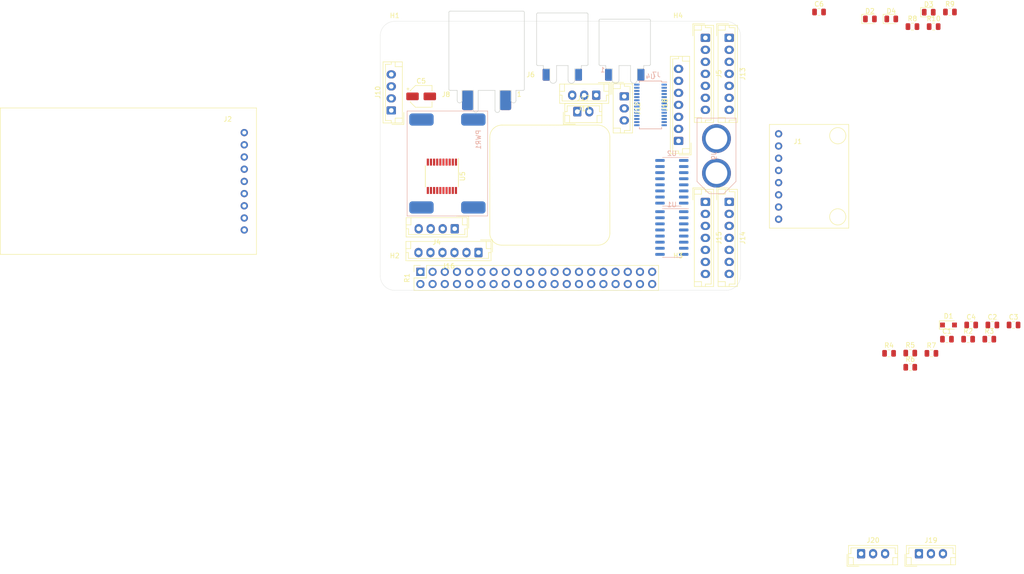
<source format=kicad_pcb>
(kicad_pcb (version 20171130) (host pcbnew "(5.1.4)-1")

  (general
    (thickness 1.6)
    (drawings 8)
    (tracks 0)
    (zones 0)
    (modules 49)
    (nets 83)
  )

  (page A4)
  (layers
    (0 F.Cu signal)
    (31 B.Cu signal)
    (32 B.Adhes user)
    (33 F.Adhes user)
    (34 B.Paste user)
    (35 F.Paste user)
    (36 B.SilkS user)
    (37 F.SilkS user)
    (38 B.Mask user)
    (39 F.Mask user)
    (40 Dwgs.User user)
    (41 Cmts.User user)
    (42 Eco1.User user)
    (43 Eco2.User user)
    (44 Edge.Cuts user)
    (45 Margin user)
    (46 B.CrtYd user)
    (47 F.CrtYd user)
    (48 B.Fab user)
    (49 F.Fab user)
  )

  (setup
    (last_trace_width 0.15)
    (trace_clearance 0.15)
    (zone_clearance 0.508)
    (zone_45_only no)
    (trace_min 0.15)
    (via_size 0.45)
    (via_drill 0.3)
    (via_min_size 0.4)
    (via_min_drill 0.3)
    (uvia_size 0.3)
    (uvia_drill 0.1)
    (uvias_allowed no)
    (uvia_min_size 0.2)
    (uvia_min_drill 0.1)
    (edge_width 0.05)
    (segment_width 0.2)
    (pcb_text_width 0.3)
    (pcb_text_size 1.5 1.5)
    (mod_edge_width 0.12)
    (mod_text_size 1 1)
    (mod_text_width 0.15)
    (pad_size 1.524 1.524)
    (pad_drill 0.762)
    (pad_to_mask_clearance 0.051)
    (solder_mask_min_width 0.25)
    (aux_axis_origin 0 0)
    (visible_elements 7FFFFFFF)
    (pcbplotparams
      (layerselection 0x010fc_ffffffff)
      (usegerberextensions false)
      (usegerberattributes false)
      (usegerberadvancedattributes false)
      (creategerberjobfile false)
      (excludeedgelayer true)
      (linewidth 0.100000)
      (plotframeref false)
      (viasonmask false)
      (mode 1)
      (useauxorigin false)
      (hpglpennumber 1)
      (hpglpenspeed 20)
      (hpglpendiameter 15.000000)
      (psnegative false)
      (psa4output false)
      (plotreference true)
      (plotvalue true)
      (plotinvisibletext false)
      (padsonsilk false)
      (subtractmaskfromsilk false)
      (outputformat 1)
      (mirror false)
      (drillshape 1)
      (scaleselection 1)
      (outputdirectory ""))
  )

  (net 0 "")
  (net 1 GND)
  (net 2 /MCP3008/ADC1_CH6)
  (net 3 /MCP3008/ADC1_CH5)
  (net 4 /MCP3008/ADC0_CH7)
  (net 5 /MCP3008/ADC0_CH6)
  (net 6 VBAT_Read)
  (net 7 "/Accelerometer MPU6050/AD0")
  (net 8 "/Accelerometer MPU6050/XCL")
  (net 9 "/Accelerometer MPU6050/XDA")
  (net 10 I2C_SDA)
  (net 11 I2C_SCL)
  (net 12 +5V)
  (net 13 GPS_RST)
  (net 14 GPS_RX)
  (net 15 GPS_TX)
  (net 16 GPS_RI)
  (net 17 GPS_PWR)
  (net 18 GPS_DTR)
  (net 19 +3V3)
  (net 20 GPIO1)
  (net 21 GPIO0)
  (net 22 B7)
  (net 23 B8)
  (net 24 /PWM_PCA9685/P0)
  (net 25 /PWM_PCA9685/P1)
  (net 26 /PWM_PCA9685/P2)
  (net 27 /PWM_PCA9685/P3)
  (net 28 /PWM_PCA9685/P4)
  (net 29 /PWM_PCA9685/P5)
  (net 30 +BATT)
  (net 31 ECHO_5V)
  (net 32 TRIG_5V)
  (net 33 PWM_ESC)
  (net 34 PWM_Servo)
  (net 35 /PWM_PCA9685/P6)
  (net 36 /PWM_PCA9685/P7)
  (net 37 /PWM_PCA9685/P8)
  (net 38 /PWM_PCA9685/P9)
  (net 39 /PWM_PCA9685/P10)
  (net 40 /PWM_PCA9685/P11)
  (net 41 /PWM_PCA9685/P12)
  (net 42 "Net-(J14-Pad7)")
  (net 43 "Net-(J14-Pad6)")
  (net 44 "Net-(J14-Pad5)")
  (net 45 "Net-(J14-Pad4)")
  (net 46 "Net-(J14-Pad3)")
  (net 47 "Net-(J15-Pad7)")
  (net 48 "Net-(J15-Pad6)")
  (net 49 "Net-(J15-Pad5)")
  (net 50 "Net-(J15-Pad4)")
  (net 51 "Net-(J15-Pad3)")
  (net 52 ENC_OUT)
  (net 53 DIR)
  (net 54 PGO)
  (net 55 A7)
  (net 56 LVL_OE)
  (net 57 SPI_CS_ADC0)
  (net 58 SPI_CS_ADC1)
  (net 59 SPI_CLK)
  (net 60 SPI_MISO)
  (net 61 SPI_MOSI)
  (net 62 A8)
  (net 63 TRIG_3V3)
  (net 64 ECHO_3V3)
  (net 65 PWM_~OE)
  (net 66 CH1_A)
  (net 67 CH2_A)
  (net 68 CH3_A)
  (net 69 CH4_A)
  (net 70 PWM_Fan)
  (net 71 "Net-(D2-Pad2)")
  (net 72 "Net-(D3-Pad2)")
  (net 73 "Net-(D4-Pad2)")
  (net 74 GPIO21)
  (net 75 GPIO20)
  (net 76 GPIO19)
  (net 77 GPIO16)
  (net 78 "/Level Shift TXB0108/B6")
  (net 79 "/Level Shift TXB0108/B5")
  (net 80 "/Level Shift TXB0108/B4")
  (net 81 "/Level Shift TXB0108/B3")
  (net 82 /MCP3008/ADC0_CH5)

  (net_class Default "This is the default net class."
    (clearance 0.15)
    (trace_width 0.15)
    (via_dia 0.45)
    (via_drill 0.3)
    (uvia_dia 0.3)
    (uvia_drill 0.1)
    (add_net +3V3)
    (add_net +5V)
    (add_net +BATT)
    (add_net "/Accelerometer MPU6050/AD0")
    (add_net "/Accelerometer MPU6050/XCL")
    (add_net "/Accelerometer MPU6050/XDA")
    (add_net "/Level Shift TXB0108/B3")
    (add_net "/Level Shift TXB0108/B4")
    (add_net "/Level Shift TXB0108/B5")
    (add_net "/Level Shift TXB0108/B6")
    (add_net /MCP3008/ADC0_CH5)
    (add_net /MCP3008/ADC0_CH6)
    (add_net /MCP3008/ADC0_CH7)
    (add_net /MCP3008/ADC1_CH5)
    (add_net /MCP3008/ADC1_CH6)
    (add_net /PWM_PCA9685/P0)
    (add_net /PWM_PCA9685/P1)
    (add_net /PWM_PCA9685/P10)
    (add_net /PWM_PCA9685/P11)
    (add_net /PWM_PCA9685/P12)
    (add_net /PWM_PCA9685/P2)
    (add_net /PWM_PCA9685/P3)
    (add_net /PWM_PCA9685/P4)
    (add_net /PWM_PCA9685/P5)
    (add_net /PWM_PCA9685/P6)
    (add_net /PWM_PCA9685/P7)
    (add_net /PWM_PCA9685/P8)
    (add_net /PWM_PCA9685/P9)
    (add_net A7)
    (add_net A8)
    (add_net B7)
    (add_net B8)
    (add_net CH1_A)
    (add_net CH2_A)
    (add_net CH3_A)
    (add_net CH4_A)
    (add_net DIR)
    (add_net ECHO_3V3)
    (add_net ECHO_5V)
    (add_net ENC_OUT)
    (add_net GND)
    (add_net GPIO0)
    (add_net GPIO1)
    (add_net GPIO16)
    (add_net GPIO19)
    (add_net GPIO20)
    (add_net GPIO21)
    (add_net GPS_DTR)
    (add_net GPS_PWR)
    (add_net GPS_RI)
    (add_net GPS_RST)
    (add_net GPS_RX)
    (add_net GPS_TX)
    (add_net I2C_SCL)
    (add_net I2C_SDA)
    (add_net LVL_OE)
    (add_net "Net-(D2-Pad2)")
    (add_net "Net-(D3-Pad2)")
    (add_net "Net-(D4-Pad2)")
    (add_net "Net-(J14-Pad3)")
    (add_net "Net-(J14-Pad4)")
    (add_net "Net-(J14-Pad5)")
    (add_net "Net-(J14-Pad6)")
    (add_net "Net-(J14-Pad7)")
    (add_net "Net-(J15-Pad3)")
    (add_net "Net-(J15-Pad4)")
    (add_net "Net-(J15-Pad5)")
    (add_net "Net-(J15-Pad6)")
    (add_net "Net-(J15-Pad7)")
    (add_net PGO)
    (add_net PWM_ESC)
    (add_net PWM_Fan)
    (add_net PWM_Servo)
    (add_net PWM_~OE)
    (add_net SPI_CLK)
    (add_net SPI_CS_ADC0)
    (add_net SPI_CS_ADC1)
    (add_net SPI_MISO)
    (add_net SPI_MOSI)
    (add_net TRIG_3V3)
    (add_net TRIG_5V)
    (add_net VBAT_Read)
  )

  (module RascalHat:SIM808-Module (layer F.Cu) (tedit 617ECC4C) (tstamp 617E67FB)
    (at -28.321 23.114)
    (path /619233B1)
    (fp_text reference J2 (at -3.45 -2.75) (layer F.SilkS)
      (effects (font (size 1 1) (thickness 0.15)))
    )
    (fp_text value Conn_01x09_Male (at 0 -0.5) (layer F.Fab)
      (effects (font (size 1 1) (thickness 0.15)))
    )
    (fp_line (start 2.54 -5.08) (end 2.54 25.4) (layer F.SilkS) (width 0.12))
    (fp_line (start -50.8 25.4) (end 2.54 25.4) (layer F.SilkS) (width 0.12))
    (fp_line (start -50.8 -5.08) (end -50.8 25.4) (layer F.SilkS) (width 0.12))
    (fp_line (start 2.54 -5.08) (end -50.8 -5.08) (layer F.SilkS) (width 0.12))
    (pad 9 thru_hole circle (at 0 20.32) (size 1.524 1.524) (drill 0.825) (layers *.Cu *.Mask)
      (net 13 GPS_RST))
    (pad 8 thru_hole circle (at 0 17.83) (size 1.524 1.524) (drill 0.825) (layers *.Cu *.Mask)
      (net 14 GPS_RX))
    (pad 7 thru_hole circle (at 0 15.29) (size 1.524 1.524) (drill 0.825) (layers *.Cu *.Mask)
      (net 15 GPS_TX))
    (pad 6 thru_hole circle (at 0 12.75) (size 1.524 1.524) (drill 0.825) (layers *.Cu *.Mask)
      (net 16 GPS_RI))
    (pad 5 thru_hole circle (at 0 10.21) (size 1.524 1.524) (drill 0.825) (layers *.Cu *.Mask)
      (net 17 GPS_PWR))
    (pad 4 thru_hole circle (at 0 7.67) (size 1.524 1.524) (drill 0.825) (layers *.Cu *.Mask)
      (net 18 GPS_DTR))
    (pad 3 thru_hole circle (at 0 5.13) (size 1.524 1.524) (drill 0.825) (layers *.Cu *.Mask)
      (net 19 +3V3))
    (pad 2 thru_hole circle (at 0 2.59) (size 1.524 1.524) (drill 0.825) (layers *.Cu *.Mask)
      (net 1 GND))
    (pad 1 thru_hole circle (at 0 0.05) (size 1.524 1.524) (drill 0.825) (layers *.Cu *.Mask)
      (net 12 +5V))
  )

  (module RascalHat:MPU-6050-Module (layer F.Cu) (tedit 617EC753) (tstamp 617E67D4)
    (at 82.931 23.368)
    (path /618358FF/6183942C)
    (fp_text reference J1 (at 4 1.65) (layer F.SilkS)
      (effects (font (size 1 1) (thickness 0.15)))
    )
    (fp_text value Conn_01x08_Male (at 0 -0.5) (layer F.Fab)
      (effects (font (size 1 1) (thickness 0.15)))
    )
    (fp_circle (center 12.319 17.3355) (end 14.0081 17.3355) (layer F.SilkS) (width 0.12))
    (fp_circle (center 12.319 0.4445) (end 14.0081 0.4445) (layer F.SilkS) (width 0.12))
    (fp_line (start 14.605 -1.905) (end 14.605 19.685) (layer F.SilkS) (width 0.12))
    (fp_line (start -1.905 19.685) (end 14.605 19.685) (layer F.SilkS) (width 0.12))
    (fp_line (start -1.905 -1.905) (end -1.905 19.685) (layer F.SilkS) (width 0.12))
    (fp_line (start -1.905 -1.905) (end 14.605 -1.905) (layer F.SilkS) (width 0.12))
    (pad 8 thru_hole circle (at 0 17.83) (size 1.524 1.524) (drill 0.825) (layers *.Cu *.Mask)
      (net 74 GPIO21))
    (pad 7 thru_hole circle (at 0 15.29) (size 1.524 1.524) (drill 0.825) (layers *.Cu *.Mask)
      (net 7 "/Accelerometer MPU6050/AD0"))
    (pad 6 thru_hole circle (at 0 12.75) (size 1.524 1.524) (drill 0.825) (layers *.Cu *.Mask)
      (net 8 "/Accelerometer MPU6050/XCL"))
    (pad 5 thru_hole circle (at 0 10.21) (size 1.524 1.524) (drill 0.825) (layers *.Cu *.Mask)
      (net 9 "/Accelerometer MPU6050/XDA"))
    (pad 4 thru_hole circle (at 0 7.67) (size 1.524 1.524) (drill 0.825) (layers *.Cu *.Mask)
      (net 10 I2C_SDA))
    (pad 3 thru_hole circle (at 0 5.13) (size 1.524 1.524) (drill 0.825) (layers *.Cu *.Mask)
      (net 11 I2C_SCL))
    (pad 2 thru_hole circle (at 0 2.59) (size 1.524 1.524) (drill 0.825) (layers *.Cu *.Mask)
      (net 1 GND))
    (pad 1 thru_hole circle (at 0 0.05) (size 1.524 1.524) (drill 0.825) (layers *.Cu *.Mask)
      (net 12 +5V))
  )

  (module Package_SO:TSSOP-20_4.4x6.5mm_P0.65mm (layer F.Cu) (tedit 5A02F25C) (tstamp 617F8D6A)
    (at 12.827 32.258 270)
    (descr "20-Lead Plastic Thin Shrink Small Outline (ST)-4.4 mm Body [TSSOP] (see Microchip Packaging Specification 00000049BS.pdf)")
    (tags "SSOP 0.65")
    (path /618E2005/618E8C80)
    (attr smd)
    (fp_text reference U5 (at 0 -4.3 90) (layer F.SilkS)
      (effects (font (size 1 1) (thickness 0.15)))
    )
    (fp_text value TXB0108PWR (at 0 4.3 90) (layer F.Fab)
      (effects (font (size 1 1) (thickness 0.15)))
    )
    (fp_text user %R (at 0 0 90) (layer F.Fab)
      (effects (font (size 0.8 0.8) (thickness 0.15)))
    )
    (fp_line (start -3.75 -3.45) (end 2.225 -3.45) (layer F.SilkS) (width 0.15))
    (fp_line (start -2.225 3.45) (end 2.225 3.45) (layer F.SilkS) (width 0.15))
    (fp_line (start -3.95 3.55) (end 3.95 3.55) (layer F.CrtYd) (width 0.05))
    (fp_line (start -3.95 -3.55) (end 3.95 -3.55) (layer F.CrtYd) (width 0.05))
    (fp_line (start 3.95 -3.55) (end 3.95 3.55) (layer F.CrtYd) (width 0.05))
    (fp_line (start -3.95 -3.55) (end -3.95 3.55) (layer F.CrtYd) (width 0.05))
    (fp_line (start -2.2 -2.25) (end -1.2 -3.25) (layer F.Fab) (width 0.15))
    (fp_line (start -2.2 3.25) (end -2.2 -2.25) (layer F.Fab) (width 0.15))
    (fp_line (start 2.2 3.25) (end -2.2 3.25) (layer F.Fab) (width 0.15))
    (fp_line (start 2.2 -3.25) (end 2.2 3.25) (layer F.Fab) (width 0.15))
    (fp_line (start -1.2 -3.25) (end 2.2 -3.25) (layer F.Fab) (width 0.15))
    (pad 20 smd rect (at 2.95 -2.925 270) (size 1.45 0.45) (layers F.Cu F.Paste F.Mask)
      (net 31 ECHO_5V))
    (pad 19 smd rect (at 2.95 -2.275 270) (size 1.45 0.45) (layers F.Cu F.Paste F.Mask)
      (net 12 +5V))
    (pad 18 smd rect (at 2.95 -1.625 270) (size 1.45 0.45) (layers F.Cu F.Paste F.Mask)
      (net 32 TRIG_5V))
    (pad 17 smd rect (at 2.95 -0.975 270) (size 1.45 0.45) (layers F.Cu F.Paste F.Mask)
      (net 81 "/Level Shift TXB0108/B3"))
    (pad 16 smd rect (at 2.95 -0.325 270) (size 1.45 0.45) (layers F.Cu F.Paste F.Mask)
      (net 80 "/Level Shift TXB0108/B4"))
    (pad 15 smd rect (at 2.95 0.325 270) (size 1.45 0.45) (layers F.Cu F.Paste F.Mask)
      (net 79 "/Level Shift TXB0108/B5"))
    (pad 14 smd rect (at 2.95 0.975 270) (size 1.45 0.45) (layers F.Cu F.Paste F.Mask)
      (net 78 "/Level Shift TXB0108/B6"))
    (pad 13 smd rect (at 2.95 1.625 270) (size 1.45 0.45) (layers F.Cu F.Paste F.Mask)
      (net 22 B7))
    (pad 12 smd rect (at 2.95 2.275 270) (size 1.45 0.45) (layers F.Cu F.Paste F.Mask)
      (net 23 B8))
    (pad 11 smd rect (at 2.95 2.925 270) (size 1.45 0.45) (layers F.Cu F.Paste F.Mask)
      (net 1 GND))
    (pad 10 smd rect (at -2.95 2.925 270) (size 1.45 0.45) (layers F.Cu F.Paste F.Mask)
      (net 56 LVL_OE))
    (pad 9 smd rect (at -2.95 2.275 270) (size 1.45 0.45) (layers F.Cu F.Paste F.Mask)
      (net 62 A8))
    (pad 8 smd rect (at -2.95 1.625 270) (size 1.45 0.45) (layers F.Cu F.Paste F.Mask)
      (net 55 A7))
    (pad 7 smd rect (at -2.95 0.975 270) (size 1.45 0.45) (layers F.Cu F.Paste F.Mask)
      (net 69 CH4_A))
    (pad 6 smd rect (at -2.95 0.325 270) (size 1.45 0.45) (layers F.Cu F.Paste F.Mask)
      (net 68 CH3_A))
    (pad 5 smd rect (at -2.95 -0.325 270) (size 1.45 0.45) (layers F.Cu F.Paste F.Mask)
      (net 67 CH2_A))
    (pad 4 smd rect (at -2.95 -0.975 270) (size 1.45 0.45) (layers F.Cu F.Paste F.Mask)
      (net 66 CH1_A))
    (pad 3 smd rect (at -2.95 -1.625 270) (size 1.45 0.45) (layers F.Cu F.Paste F.Mask)
      (net 63 TRIG_3V3))
    (pad 2 smd rect (at -2.95 -2.275 270) (size 1.45 0.45) (layers F.Cu F.Paste F.Mask)
      (net 19 +3V3))
    (pad 1 smd rect (at -2.95 -2.925 270) (size 1.45 0.45) (layers F.Cu F.Paste F.Mask)
      (net 64 ECHO_3V3))
    (model ${KISYS3DMOD}/Package_SO.3dshapes/TSSOP-20_4.4x6.5mm_P0.65mm.wrl
      (at (xyz 0 0 0))
      (scale (xyz 1 1 1))
      (rotate (xyz 0 0 0))
    )
  )

  (module Package_SO:SOIC-16_3.9x9.9mm_P1.27mm (layer B.Cu) (tedit 5C97300E) (tstamp 617F8CE6)
    (at 60.706 33.401 180)
    (descr "SOIC, 16 Pin (JEDEC MS-012AC, https://www.analog.com/media/en/package-pcb-resources/package/pkg_pdf/soic_narrow-r/r_16.pdf), generated with kicad-footprint-generator ipc_gullwing_generator.py")
    (tags "SOIC SO")
    (path /61755993/61C957E4)
    (attr smd)
    (fp_text reference U2 (at 0 5.9) (layer B.SilkS)
      (effects (font (size 1 1) (thickness 0.15)) (justify mirror))
    )
    (fp_text value MCP3008-I_P (at 0 -5.9) (layer B.Fab)
      (effects (font (size 1 1) (thickness 0.15)) (justify mirror))
    )
    (fp_text user %R (at 0 0) (layer B.Fab)
      (effects (font (size 0.98 0.98) (thickness 0.15)) (justify mirror))
    )
    (fp_line (start 3.7 5.2) (end -3.7 5.2) (layer B.CrtYd) (width 0.05))
    (fp_line (start 3.7 -5.2) (end 3.7 5.2) (layer B.CrtYd) (width 0.05))
    (fp_line (start -3.7 -5.2) (end 3.7 -5.2) (layer B.CrtYd) (width 0.05))
    (fp_line (start -3.7 5.2) (end -3.7 -5.2) (layer B.CrtYd) (width 0.05))
    (fp_line (start -1.95 3.975) (end -0.975 4.95) (layer B.Fab) (width 0.1))
    (fp_line (start -1.95 -4.95) (end -1.95 3.975) (layer B.Fab) (width 0.1))
    (fp_line (start 1.95 -4.95) (end -1.95 -4.95) (layer B.Fab) (width 0.1))
    (fp_line (start 1.95 4.95) (end 1.95 -4.95) (layer B.Fab) (width 0.1))
    (fp_line (start -0.975 4.95) (end 1.95 4.95) (layer B.Fab) (width 0.1))
    (fp_line (start 0 5.06) (end -3.45 5.06) (layer B.SilkS) (width 0.12))
    (fp_line (start 0 5.06) (end 1.95 5.06) (layer B.SilkS) (width 0.12))
    (fp_line (start 0 -5.06) (end -1.95 -5.06) (layer B.SilkS) (width 0.12))
    (fp_line (start 0 -5.06) (end 1.95 -5.06) (layer B.SilkS) (width 0.12))
    (pad 16 smd roundrect (at 2.475 4.445 180) (size 1.95 0.6) (layers B.Cu B.Paste B.Mask) (roundrect_rratio 0.25)
      (net 19 +3V3))
    (pad 15 smd roundrect (at 2.475 3.175 180) (size 1.95 0.6) (layers B.Cu B.Paste B.Mask) (roundrect_rratio 0.25)
      (net 19 +3V3))
    (pad 14 smd roundrect (at 2.475 1.905 180) (size 1.95 0.6) (layers B.Cu B.Paste B.Mask) (roundrect_rratio 0.25)
      (net 1 GND))
    (pad 13 smd roundrect (at 2.475 0.635 180) (size 1.95 0.6) (layers B.Cu B.Paste B.Mask) (roundrect_rratio 0.25)
      (net 59 SPI_CLK))
    (pad 12 smd roundrect (at 2.475 -0.635 180) (size 1.95 0.6) (layers B.Cu B.Paste B.Mask) (roundrect_rratio 0.25)
      (net 60 SPI_MISO))
    (pad 11 smd roundrect (at 2.475 -1.905 180) (size 1.95 0.6) (layers B.Cu B.Paste B.Mask) (roundrect_rratio 0.25)
      (net 61 SPI_MOSI))
    (pad 10 smd roundrect (at 2.475 -3.175 180) (size 1.95 0.6) (layers B.Cu B.Paste B.Mask) (roundrect_rratio 0.25)
      (net 57 SPI_CS_ADC0))
    (pad 9 smd roundrect (at 2.475 -4.445 180) (size 1.95 0.6) (layers B.Cu B.Paste B.Mask) (roundrect_rratio 0.25)
      (net 1 GND))
    (pad 8 smd roundrect (at -2.475 -4.445 180) (size 1.95 0.6) (layers B.Cu B.Paste B.Mask) (roundrect_rratio 0.25)
      (net 4 /MCP3008/ADC0_CH7))
    (pad 7 smd roundrect (at -2.475 -3.175 180) (size 1.95 0.6) (layers B.Cu B.Paste B.Mask) (roundrect_rratio 0.25)
      (net 5 /MCP3008/ADC0_CH6))
    (pad 6 smd roundrect (at -2.475 -1.905 180) (size 1.95 0.6) (layers B.Cu B.Paste B.Mask) (roundrect_rratio 0.25)
      (net 82 /MCP3008/ADC0_CH5))
    (pad 5 smd roundrect (at -2.475 -0.635 180) (size 1.95 0.6) (layers B.Cu B.Paste B.Mask) (roundrect_rratio 0.25)
      (net 42 "Net-(J14-Pad7)"))
    (pad 4 smd roundrect (at -2.475 0.635 180) (size 1.95 0.6) (layers B.Cu B.Paste B.Mask) (roundrect_rratio 0.25)
      (net 43 "Net-(J14-Pad6)"))
    (pad 3 smd roundrect (at -2.475 1.905 180) (size 1.95 0.6) (layers B.Cu B.Paste B.Mask) (roundrect_rratio 0.25)
      (net 44 "Net-(J14-Pad5)"))
    (pad 2 smd roundrect (at -2.475 3.175 180) (size 1.95 0.6) (layers B.Cu B.Paste B.Mask) (roundrect_rratio 0.25)
      (net 45 "Net-(J14-Pad4)"))
    (pad 1 smd roundrect (at -2.475 4.445 180) (size 1.95 0.6) (layers B.Cu B.Paste B.Mask) (roundrect_rratio 0.25)
      (net 46 "Net-(J14-Pad3)"))
    (model ${KISYS3DMOD}/Package_SO.3dshapes/SOIC-16_3.9x9.9mm_P1.27mm.wrl
      (at (xyz 0 0 0))
      (scale (xyz 1 1 1))
      (rotate (xyz 0 0 0))
    )
  )

  (module Package_SO:SOIC-16_3.9x9.9mm_P1.27mm (layer B.Cu) (tedit 5C97300E) (tstamp 617F8CC4)
    (at 60.706 44.069 180)
    (descr "SOIC, 16 Pin (JEDEC MS-012AC, https://www.analog.com/media/en/package-pcb-resources/package/pkg_pdf/soic_narrow-r/r_16.pdf), generated with kicad-footprint-generator ipc_gullwing_generator.py")
    (tags "SOIC SO")
    (path /61755993/61CAF9AE)
    (attr smd)
    (fp_text reference U1 (at 0 5.9) (layer B.SilkS)
      (effects (font (size 1 1) (thickness 0.15)) (justify mirror))
    )
    (fp_text value MCP3008-I_P (at 0 -5.9) (layer B.Fab)
      (effects (font (size 1 1) (thickness 0.15)) (justify mirror))
    )
    (fp_text user %R (at 0 0) (layer B.Fab)
      (effects (font (size 0.98 0.98) (thickness 0.15)) (justify mirror))
    )
    (fp_line (start 3.7 5.2) (end -3.7 5.2) (layer B.CrtYd) (width 0.05))
    (fp_line (start 3.7 -5.2) (end 3.7 5.2) (layer B.CrtYd) (width 0.05))
    (fp_line (start -3.7 -5.2) (end 3.7 -5.2) (layer B.CrtYd) (width 0.05))
    (fp_line (start -3.7 5.2) (end -3.7 -5.2) (layer B.CrtYd) (width 0.05))
    (fp_line (start -1.95 3.975) (end -0.975 4.95) (layer B.Fab) (width 0.1))
    (fp_line (start -1.95 -4.95) (end -1.95 3.975) (layer B.Fab) (width 0.1))
    (fp_line (start 1.95 -4.95) (end -1.95 -4.95) (layer B.Fab) (width 0.1))
    (fp_line (start 1.95 4.95) (end 1.95 -4.95) (layer B.Fab) (width 0.1))
    (fp_line (start -0.975 4.95) (end 1.95 4.95) (layer B.Fab) (width 0.1))
    (fp_line (start 0 5.06) (end -3.45 5.06) (layer B.SilkS) (width 0.12))
    (fp_line (start 0 5.06) (end 1.95 5.06) (layer B.SilkS) (width 0.12))
    (fp_line (start 0 -5.06) (end -1.95 -5.06) (layer B.SilkS) (width 0.12))
    (fp_line (start 0 -5.06) (end 1.95 -5.06) (layer B.SilkS) (width 0.12))
    (pad 16 smd roundrect (at 2.475 4.445 180) (size 1.95 0.6) (layers B.Cu B.Paste B.Mask) (roundrect_rratio 0.25)
      (net 19 +3V3))
    (pad 15 smd roundrect (at 2.475 3.175 180) (size 1.95 0.6) (layers B.Cu B.Paste B.Mask) (roundrect_rratio 0.25)
      (net 19 +3V3))
    (pad 14 smd roundrect (at 2.475 1.905 180) (size 1.95 0.6) (layers B.Cu B.Paste B.Mask) (roundrect_rratio 0.25)
      (net 1 GND))
    (pad 13 smd roundrect (at 2.475 0.635 180) (size 1.95 0.6) (layers B.Cu B.Paste B.Mask) (roundrect_rratio 0.25)
      (net 59 SPI_CLK))
    (pad 12 smd roundrect (at 2.475 -0.635 180) (size 1.95 0.6) (layers B.Cu B.Paste B.Mask) (roundrect_rratio 0.25)
      (net 60 SPI_MISO))
    (pad 11 smd roundrect (at 2.475 -1.905 180) (size 1.95 0.6) (layers B.Cu B.Paste B.Mask) (roundrect_rratio 0.25)
      (net 61 SPI_MOSI))
    (pad 10 smd roundrect (at 2.475 -3.175 180) (size 1.95 0.6) (layers B.Cu B.Paste B.Mask) (roundrect_rratio 0.25)
      (net 58 SPI_CS_ADC1))
    (pad 9 smd roundrect (at 2.475 -4.445 180) (size 1.95 0.6) (layers B.Cu B.Paste B.Mask) (roundrect_rratio 0.25)
      (net 1 GND))
    (pad 8 smd roundrect (at -2.475 -4.445 180) (size 1.95 0.6) (layers B.Cu B.Paste B.Mask) (roundrect_rratio 0.25)
      (net 6 VBAT_Read))
    (pad 7 smd roundrect (at -2.475 -3.175 180) (size 1.95 0.6) (layers B.Cu B.Paste B.Mask) (roundrect_rratio 0.25)
      (net 2 /MCP3008/ADC1_CH6))
    (pad 6 smd roundrect (at -2.475 -1.905 180) (size 1.95 0.6) (layers B.Cu B.Paste B.Mask) (roundrect_rratio 0.25)
      (net 3 /MCP3008/ADC1_CH5))
    (pad 5 smd roundrect (at -2.475 -0.635 180) (size 1.95 0.6) (layers B.Cu B.Paste B.Mask) (roundrect_rratio 0.25)
      (net 47 "Net-(J15-Pad7)"))
    (pad 4 smd roundrect (at -2.475 0.635 180) (size 1.95 0.6) (layers B.Cu B.Paste B.Mask) (roundrect_rratio 0.25)
      (net 48 "Net-(J15-Pad6)"))
    (pad 3 smd roundrect (at -2.475 1.905 180) (size 1.95 0.6) (layers B.Cu B.Paste B.Mask) (roundrect_rratio 0.25)
      (net 49 "Net-(J15-Pad5)"))
    (pad 2 smd roundrect (at -2.475 3.175 180) (size 1.95 0.6) (layers B.Cu B.Paste B.Mask) (roundrect_rratio 0.25)
      (net 50 "Net-(J15-Pad4)"))
    (pad 1 smd roundrect (at -2.475 4.445 180) (size 1.95 0.6) (layers B.Cu B.Paste B.Mask) (roundrect_rratio 0.25)
      (net 51 "Net-(J15-Pad3)"))
    (model ${KISYS3DMOD}/Package_SO.3dshapes/SOIC-16_3.9x9.9mm_P1.27mm.wrl
      (at (xyz 0 0 0))
      (scale (xyz 1 1 1))
      (rotate (xyz 0 0 0))
    )
  )

  (module Resistor_SMD:R_0805_2012Metric (layer F.Cu) (tedit 5B36C52B) (tstamp 617F64A8)
    (at 115.214 1.09)
    (descr "Resistor SMD 0805 (2012 Metric), square (rectangular) end terminal, IPC_7351 nominal, (Body size source: https://docs.google.com/spreadsheets/d/1BsfQQcO9C6DZCsRaXUlFlo91Tg2WpOkGARC1WS5S8t0/edit?usp=sharing), generated with kicad-footprint-generator")
    (tags resistor)
    (path /61887FF8/61D42780)
    (attr smd)
    (fp_text reference R10 (at 0 -1.65) (layer F.SilkS)
      (effects (font (size 1 1) (thickness 0.15)))
    )
    (fp_text value 3k3 (at 0 1.65) (layer F.Fab)
      (effects (font (size 1 1) (thickness 0.15)))
    )
    (fp_line (start -1 0.6) (end -1 -0.6) (layer F.Fab) (width 0.1))
    (fp_line (start -1 -0.6) (end 1 -0.6) (layer F.Fab) (width 0.1))
    (fp_line (start 1 -0.6) (end 1 0.6) (layer F.Fab) (width 0.1))
    (fp_line (start 1 0.6) (end -1 0.6) (layer F.Fab) (width 0.1))
    (fp_line (start -0.258578 -0.71) (end 0.258578 -0.71) (layer F.SilkS) (width 0.12))
    (fp_line (start -0.258578 0.71) (end 0.258578 0.71) (layer F.SilkS) (width 0.12))
    (fp_line (start -1.68 0.95) (end -1.68 -0.95) (layer F.CrtYd) (width 0.05))
    (fp_line (start -1.68 -0.95) (end 1.68 -0.95) (layer F.CrtYd) (width 0.05))
    (fp_line (start 1.68 -0.95) (end 1.68 0.95) (layer F.CrtYd) (width 0.05))
    (fp_line (start 1.68 0.95) (end -1.68 0.95) (layer F.CrtYd) (width 0.05))
    (fp_text user %R (at 0 0) (layer F.Fab)
      (effects (font (size 0.5 0.5) (thickness 0.08)))
    )
    (pad 1 smd roundrect (at -0.9375 0) (size 0.975 1.4) (layers F.Cu F.Paste F.Mask) (roundrect_rratio 0.25)
      (net 30 +BATT))
    (pad 2 smd roundrect (at 0.9375 0) (size 0.975 1.4) (layers F.Cu F.Paste F.Mask) (roundrect_rratio 0.25)
      (net 73 "Net-(D4-Pad2)"))
    (model ${KISYS3DMOD}/Resistor_SMD.3dshapes/R_0805_2012Metric.wrl
      (at (xyz 0 0 0))
      (scale (xyz 1 1 1))
      (rotate (xyz 0 0 0))
    )
  )

  (module Resistor_SMD:R_0805_2012Metric (layer F.Cu) (tedit 5B36C52B) (tstamp 617F6497)
    (at 118.604 -1.95)
    (descr "Resistor SMD 0805 (2012 Metric), square (rectangular) end terminal, IPC_7351 nominal, (Body size source: https://docs.google.com/spreadsheets/d/1BsfQQcO9C6DZCsRaXUlFlo91Tg2WpOkGARC1WS5S8t0/edit?usp=sharing), generated with kicad-footprint-generator")
    (tags resistor)
    (path /61887FF8/61D3F57A)
    (attr smd)
    (fp_text reference R9 (at 0 -1.65) (layer F.SilkS)
      (effects (font (size 1 1) (thickness 0.15)))
    )
    (fp_text value 2k2 (at 0 1.65) (layer F.Fab)
      (effects (font (size 1 1) (thickness 0.15)))
    )
    (fp_line (start -1 0.6) (end -1 -0.6) (layer F.Fab) (width 0.1))
    (fp_line (start -1 -0.6) (end 1 -0.6) (layer F.Fab) (width 0.1))
    (fp_line (start 1 -0.6) (end 1 0.6) (layer F.Fab) (width 0.1))
    (fp_line (start 1 0.6) (end -1 0.6) (layer F.Fab) (width 0.1))
    (fp_line (start -0.258578 -0.71) (end 0.258578 -0.71) (layer F.SilkS) (width 0.12))
    (fp_line (start -0.258578 0.71) (end 0.258578 0.71) (layer F.SilkS) (width 0.12))
    (fp_line (start -1.68 0.95) (end -1.68 -0.95) (layer F.CrtYd) (width 0.05))
    (fp_line (start -1.68 -0.95) (end 1.68 -0.95) (layer F.CrtYd) (width 0.05))
    (fp_line (start 1.68 -0.95) (end 1.68 0.95) (layer F.CrtYd) (width 0.05))
    (fp_line (start 1.68 0.95) (end -1.68 0.95) (layer F.CrtYd) (width 0.05))
    (fp_text user %R (at 0 0) (layer F.Fab)
      (effects (font (size 0.5 0.5) (thickness 0.08)))
    )
    (pad 1 smd roundrect (at -0.9375 0) (size 0.975 1.4) (layers F.Cu F.Paste F.Mask) (roundrect_rratio 0.25)
      (net 12 +5V))
    (pad 2 smd roundrect (at 0.9375 0) (size 0.975 1.4) (layers F.Cu F.Paste F.Mask) (roundrect_rratio 0.25)
      (net 72 "Net-(D3-Pad2)"))
    (model ${KISYS3DMOD}/Resistor_SMD.3dshapes/R_0805_2012Metric.wrl
      (at (xyz 0 0 0))
      (scale (xyz 1 1 1))
      (rotate (xyz 0 0 0))
    )
  )

  (module Resistor_SMD:R_0805_2012Metric (layer F.Cu) (tedit 5B36C52B) (tstamp 617F6486)
    (at 110.804 1.09)
    (descr "Resistor SMD 0805 (2012 Metric), square (rectangular) end terminal, IPC_7351 nominal, (Body size source: https://docs.google.com/spreadsheets/d/1BsfQQcO9C6DZCsRaXUlFlo91Tg2WpOkGARC1WS5S8t0/edit?usp=sharing), generated with kicad-footprint-generator")
    (tags resistor)
    (path /61887FF8/61D39980)
    (attr smd)
    (fp_text reference R8 (at 0 -1.65) (layer F.SilkS)
      (effects (font (size 1 1) (thickness 0.15)))
    )
    (fp_text value 470 (at 0 1.65) (layer F.Fab)
      (effects (font (size 1 1) (thickness 0.15)))
    )
    (fp_line (start -1 0.6) (end -1 -0.6) (layer F.Fab) (width 0.1))
    (fp_line (start -1 -0.6) (end 1 -0.6) (layer F.Fab) (width 0.1))
    (fp_line (start 1 -0.6) (end 1 0.6) (layer F.Fab) (width 0.1))
    (fp_line (start 1 0.6) (end -1 0.6) (layer F.Fab) (width 0.1))
    (fp_line (start -0.258578 -0.71) (end 0.258578 -0.71) (layer F.SilkS) (width 0.12))
    (fp_line (start -0.258578 0.71) (end 0.258578 0.71) (layer F.SilkS) (width 0.12))
    (fp_line (start -1.68 0.95) (end -1.68 -0.95) (layer F.CrtYd) (width 0.05))
    (fp_line (start -1.68 -0.95) (end 1.68 -0.95) (layer F.CrtYd) (width 0.05))
    (fp_line (start 1.68 -0.95) (end 1.68 0.95) (layer F.CrtYd) (width 0.05))
    (fp_line (start 1.68 0.95) (end -1.68 0.95) (layer F.CrtYd) (width 0.05))
    (fp_text user %R (at 0 0) (layer F.Fab)
      (effects (font (size 0.5 0.5) (thickness 0.08)))
    )
    (pad 1 smd roundrect (at -0.9375 0) (size 0.975 1.4) (layers F.Cu F.Paste F.Mask) (roundrect_rratio 0.25)
      (net 19 +3V3))
    (pad 2 smd roundrect (at 0.9375 0) (size 0.975 1.4) (layers F.Cu F.Paste F.Mask) (roundrect_rratio 0.25)
      (net 71 "Net-(D2-Pad2)"))
    (model ${KISYS3DMOD}/Resistor_SMD.3dshapes/R_0805_2012Metric.wrl
      (at (xyz 0 0 0))
      (scale (xyz 1 1 1))
      (rotate (xyz 0 0 0))
    )
  )

  (module RascalHat:XT60-M-Horizontal (layer F.Cu) (tedit 617EB80B) (tstamp 617E8922)
    (at 22.1325 14.375 180)
    (path /61887FF8/619EAC25)
    (fp_text reference J8 (at 8.45 -0.85) (layer F.SilkS)
      (effects (font (size 1 1) (thickness 0.15)))
    )
    (fp_text value Conn_01x02_Male (at -1.3 9.9) (layer F.Fab)
      (effects (font (size 1 1) (thickness 0.15)))
    )
    (fp_line (start 1.75 0) (end -1.75 0) (layer Edge.Cuts) (width 0.12))
    (fp_line (start 1.75 0) (end 1.75 -4.1) (layer Edge.Cuts) (width 0.12))
    (fp_line (start 5.115 0) (end 2.75 0) (layer Edge.Cuts) (width 0.12))
    (fp_line (start 5.115 0) (end 5.115 -2.1) (layer Edge.Cuts) (width 0.12))
    (fp_line (start 6.115 0) (end 6.115 -2.1) (layer Edge.Cuts) (width 0.12))
    (fp_line (start 7.6 0) (end 6.115 0) (layer Edge.Cuts) (width 0.12))
    (fp_line (start 2.75 0) (end 2.75 -4.1) (layer Edge.Cuts) (width 0.12))
    (fp_arc (start 2.25 -4.1) (end 2.75 -4.1) (angle -180) (layer Edge.Cuts) (width 0.12))
    (fp_arc (start 5.615 -2.1) (end 6.115 -2.1) (angle -180) (layer Edge.Cuts) (width 0.12))
    (fp_line (start -1.75 0) (end -1.75 -4.1) (layer Edge.Cuts) (width 0.12))
    (fp_line (start -2.75 0) (end -2.75 -4.1) (layer Edge.Cuts) (width 0.12))
    (fp_arc (start -2.25 -4.1) (end -2.75 -4.1) (angle 180) (layer Edge.Cuts) (width 0.12))
    (fp_text user 1 (at -6.8 -0.8) (layer F.SilkS)
      (effects (font (size 1 1) (thickness 0.15)))
    )
    (fp_line (start -5.115 0) (end -2.75 0) (layer Edge.Cuts) (width 0.12))
    (fp_arc (start -5.615 -2.1) (end -6.115 -2.1) (angle 180) (layer Edge.Cuts) (width 0.12))
    (fp_line (start -5.115 0) (end -5.115 -2.1) (layer Edge.Cuts) (width 0.12))
    (fp_line (start -6.115 0) (end -6.115 -2.1) (layer Edge.Cuts) (width 0.12))
    (fp_line (start -7.6 0) (end -6.115 0) (layer Edge.Cuts) (width 0.12))
    (fp_arc (start -7.6 0.25) (end -7.6 0) (angle -90) (layer Edge.Cuts) (width 0.12))
    (fp_arc (start 7.6 0.25) (end 7.85 0.25) (angle -90) (layer Edge.Cuts) (width 0.12))
    (fp_arc (start 7.6 16.25) (end 7.6 16.5) (angle -90) (layer Edge.Cuts) (width 0.12))
    (fp_arc (start -7.6 16.25) (end -7.85 16.25) (angle -90) (layer Edge.Cuts) (width 0.12))
    (fp_line (start -7.6 16.5) (end 7.6 16.5) (layer Edge.Cuts) (width 0.12))
    (fp_line (start 7.85 0.25) (end 7.85 16.25) (layer Edge.Cuts) (width 0.12))
    (fp_line (start -7.85 16.25) (end -7.85 0.25) (layer Edge.Cuts) (width 0.12))
    (pad 2 smd roundrect (at 3.9325 -2.05 180) (size 2.365 4.1) (layers F.Cu F.Paste F.Mask) (roundrect_rratio 0.167)
      (net 30 +BATT))
    (pad 1 smd roundrect (at 3.9325 -2.05 180) (size 2.365 4.1) (layers B.Cu B.Paste B.Mask) (roundrect_rratio 0.167)
      (net 1 GND))
    (pad 1 smd roundrect (at -3.9325 -2.05 180) (size 2.365 4.1) (layers B.Cu B.Paste B.Mask) (roundrect_rratio 0.167)
      (net 1 GND))
    (pad 1 smd roundrect (at -3.9325 -2.05 180) (size 2.365 4.1) (layers F.Cu F.Paste F.Mask) (roundrect_rratio 0.167)
      (net 1 GND))
  )

  (module RascalHat:XT30U-F-Horizontal (layer B.Cu) (tedit 617EB26B) (tstamp 617E689F)
    (at 50.9 9.2)
    (path /61887FF8/619F1994)
    (fp_text reference J7 (at 6.6 1.9) (layer B.SilkS)
      (effects (font (size 1 1) (thickness 0.15)) (justify mirror))
    )
    (fp_text value Conn_01x02_Female (at 0 0.5) (layer B.Fab)
      (effects (font (size 1 1) (thickness 0.15)) (justify mirror))
    )
    (fp_text user 1 (at -4.6 0.9) (layer B.SilkS)
      (effects (font (size 1 1) (thickness 0.15)) (justify mirror))
    )
    (fp_line (start -1.2 0) (end 1.2 0) (layer Edge.Cuts) (width 0.12))
    (fp_text user XT30U-MF-Horizontal (at 6.7 0.5) (layer B.Fab)
      (effects (font (size 1 1) (thickness 0.15)) (justify mirror))
    )
    (fp_line (start 1.2 3) (end 1.2 0) (layer Edge.Cuts) (width 0.12))
    (fp_arc (start 1.9 3) (end 1.2 3) (angle -180) (layer Edge.Cuts) (width 0.12))
    (fp_line (start 2.6 0.66) (end 2.6 3) (layer Edge.Cuts) (width 0.12))
    (fp_line (start 3.7 0.66) (end 2.6 0.66) (layer Edge.Cuts) (width 0.12))
    (fp_line (start 3.95 0) (end 3.95 0.41) (layer Edge.Cuts) (width 0.12))
    (fp_arc (start 3.7 0.41) (end 3.7 0.66) (angle -90) (layer Edge.Cuts) (width 0.12))
    (fp_line (start -1.2 3) (end -1.2 0) (layer Edge.Cuts) (width 0.12))
    (fp_arc (start -1.9 3) (end -1.2 3) (angle 180) (layer Edge.Cuts) (width 0.12))
    (fp_line (start -2.6 0.66) (end -2.6 3) (layer Edge.Cuts) (width 0.12))
    (fp_line (start -3.7 0.66) (end -2.6 0.66) (layer Edge.Cuts) (width 0.12))
    (fp_arc (start -3.7 0.41) (end -3.7 0.66) (angle 90) (layer Edge.Cuts) (width 0.12))
    (fp_line (start -3.95 0) (end -3.95 0.41) (layer Edge.Cuts) (width 0.12))
    (fp_line (start 3.95 0) (end 5.1 0) (layer Edge.Cuts) (width 0.12))
    (fp_line (start -5.1 0) (end -3.95 0) (layer Edge.Cuts) (width 0.12))
    (fp_arc (start -5.1 -0.25) (end -5.1 0) (angle 90) (layer Edge.Cuts) (width 0.12))
    (fp_arc (start 5.1 -0.25) (end 5.35 -0.25) (angle 90) (layer Edge.Cuts) (width 0.12))
    (fp_arc (start 5.1 -9.4) (end 5.1 -9.65) (angle 90) (layer Edge.Cuts) (width 0.12))
    (fp_arc (start -5.1 -9.4) (end -5.35 -9.4) (angle 90) (layer Edge.Cuts) (width 0.12))
    (fp_line (start -5.1 -9.65) (end 5.1 -9.65) (layer Edge.Cuts) (width 0.12))
    (fp_line (start 5.35 -0.25) (end 5.35 -9.4) (layer Edge.Cuts) (width 0.12))
    (fp_line (start -5.35 -9.4) (end -5.35 -0.25) (layer Edge.Cuts) (width 0.12))
    (pad 2 smd roundrect (at 3.35 1.9) (size 1.5 2.5) (layers F.Cu F.Paste F.Mask) (roundrect_rratio 0.167)
      (net 1 GND))
    (pad 1 smd roundrect (at -3.35 1.9 180) (size 1.5 2.5) (layers F.Cu F.Paste F.Mask) (roundrect_rratio 0.167)
      (net 12 +5V))
    (pad 2 smd roundrect (at 3.35 1.9) (size 1.5 2.5) (layers B.Cu B.Paste B.Mask) (roundrect_rratio 0.167)
      (net 1 GND))
    (pad 1 smd roundrect (at -3.35 1.9) (size 1.5 2.5) (layers B.Cu B.Paste B.Mask) (roundrect_rratio 0.167)
      (net 12 +5V))
  )

  (module RascalHat:XT30U-M-Horizontal (layer F.Cu) (tedit 617EB1EA) (tstamp 617E6884)
    (at 37.9 9.2 180)
    (path /61887FF8/619F2E9C)
    (fp_text reference J6 (at 6.6 -1.9) (layer F.SilkS)
      (effects (font (size 1 1) (thickness 0.15)))
    )
    (fp_text value Conn_01x02_Male (at 0 -0.5) (layer F.Fab)
      (effects (font (size 1 1) (thickness 0.15)))
    )
    (fp_line (start -1.2 0) (end 1.2 0) (layer Edge.Cuts) (width 0.12))
    (fp_text user XT30U-MF-Horizontal (at 6.7 -0.5) (layer F.Fab)
      (effects (font (size 1 1) (thickness 0.15)))
    )
    (fp_line (start 1.2 -3) (end 1.2 0) (layer Edge.Cuts) (width 0.12))
    (fp_arc (start 1.9 -3) (end 1.2 -3) (angle 180) (layer Edge.Cuts) (width 0.12))
    (fp_line (start 2.6 -0.66) (end 2.6 -3) (layer Edge.Cuts) (width 0.12))
    (fp_line (start 3.7 -0.66) (end 2.6 -0.66) (layer Edge.Cuts) (width 0.12))
    (fp_line (start 3.95 0) (end 3.95 -0.41) (layer Edge.Cuts) (width 0.12))
    (fp_arc (start 3.7 -0.41) (end 3.7 -0.66) (angle 90) (layer Edge.Cuts) (width 0.12))
    (fp_line (start -1.2 -3) (end -1.2 0) (layer Edge.Cuts) (width 0.12))
    (fp_arc (start -1.9 -3) (end -1.2 -3) (angle -180) (layer Edge.Cuts) (width 0.12))
    (fp_line (start -2.6 -0.66) (end -2.6 -3) (layer Edge.Cuts) (width 0.12))
    (fp_line (start -3.7 -0.66) (end -2.6 -0.66) (layer Edge.Cuts) (width 0.12))
    (fp_arc (start -3.7 -0.41) (end -3.7 -0.66) (angle -90) (layer Edge.Cuts) (width 0.12))
    (fp_line (start -3.95 0) (end -3.95 -0.41) (layer Edge.Cuts) (width 0.12))
    (fp_line (start 3.95 0) (end 5.1 0) (layer Edge.Cuts) (width 0.12))
    (fp_line (start -5.1 0) (end -3.95 0) (layer Edge.Cuts) (width 0.12))
    (fp_arc (start -5.1 0.25) (end -5.1 0) (angle -90) (layer Edge.Cuts) (width 0.12))
    (fp_arc (start 5.1 0.25) (end 5.35 0.25) (angle -90) (layer Edge.Cuts) (width 0.12))
    (fp_arc (start 5.1 10.7) (end 5.1 10.95) (angle -90) (layer Edge.Cuts) (width 0.12))
    (fp_arc (start -5.1 10.7) (end -5.35 10.7) (angle -90) (layer Edge.Cuts) (width 0.12))
    (fp_line (start -5.1 10.95) (end 5.1 10.95) (layer Edge.Cuts) (width 0.12))
    (fp_line (start 5.35 0.25) (end 5.35 10.7) (layer Edge.Cuts) (width 0.12))
    (fp_line (start -5.35 10.7) (end -5.35 0.25) (layer Edge.Cuts) (width 0.12))
    (pad 2 smd roundrect (at 3.35 -1.9 180) (size 1.5 2.5) (layers B.Cu B.Paste B.Mask) (roundrect_rratio 0.167)
      (net 30 +BATT))
    (pad 1 smd roundrect (at -3.35 -1.9) (size 1.5 2.5) (layers B.Cu B.Paste B.Mask) (roundrect_rratio 0.167)
      (net 1 GND))
    (pad 2 smd roundrect (at 3.35 -1.9 180) (size 1.5 2.5) (layers F.Cu F.Paste F.Mask) (roundrect_rratio 0.167)
      (net 30 +BATT))
    (pad 1 smd roundrect (at -3.35 -1.9 180) (size 1.5 2.5) (layers F.Cu F.Paste F.Mask) (roundrect_rratio 0.167)
      (net 1 GND))
  )

  (module Connector_JST:JST_EH_B7B-EH-A_1x07_P2.50mm_Vertical (layer F.Cu) (tedit 5C28142D) (tstamp 617F5FB1)
    (at 67.691 3.429 270)
    (descr "JST EH series connector, B7B-EH-A (http://www.jst-mfg.com/product/pdf/eng/eEH.pdf), generated with kicad-footprint-generator")
    (tags "connector JST EH vertical")
    (path /61D8F3A7)
    (fp_text reference J5 (at 7.5 -2.8 90) (layer F.SilkS)
      (effects (font (size 1 1) (thickness 0.15)))
    )
    (fp_text value Conn_01x07_Male (at 7.5 3.4 90) (layer F.Fab)
      (effects (font (size 1 1) (thickness 0.15)))
    )
    (fp_line (start -2.5 -1.6) (end -2.5 2.2) (layer F.Fab) (width 0.1))
    (fp_line (start -2.5 2.2) (end 17.5 2.2) (layer F.Fab) (width 0.1))
    (fp_line (start 17.5 2.2) (end 17.5 -1.6) (layer F.Fab) (width 0.1))
    (fp_line (start 17.5 -1.6) (end -2.5 -1.6) (layer F.Fab) (width 0.1))
    (fp_line (start -3 -2.1) (end -3 2.7) (layer F.CrtYd) (width 0.05))
    (fp_line (start -3 2.7) (end 18 2.7) (layer F.CrtYd) (width 0.05))
    (fp_line (start 18 2.7) (end 18 -2.1) (layer F.CrtYd) (width 0.05))
    (fp_line (start 18 -2.1) (end -3 -2.1) (layer F.CrtYd) (width 0.05))
    (fp_line (start -2.61 -1.71) (end -2.61 2.31) (layer F.SilkS) (width 0.12))
    (fp_line (start -2.61 2.31) (end 17.61 2.31) (layer F.SilkS) (width 0.12))
    (fp_line (start 17.61 2.31) (end 17.61 -1.71) (layer F.SilkS) (width 0.12))
    (fp_line (start 17.61 -1.71) (end -2.61 -1.71) (layer F.SilkS) (width 0.12))
    (fp_line (start -2.61 0) (end -2.11 0) (layer F.SilkS) (width 0.12))
    (fp_line (start -2.11 0) (end -2.11 -1.21) (layer F.SilkS) (width 0.12))
    (fp_line (start -2.11 -1.21) (end 17.11 -1.21) (layer F.SilkS) (width 0.12))
    (fp_line (start 17.11 -1.21) (end 17.11 0) (layer F.SilkS) (width 0.12))
    (fp_line (start 17.11 0) (end 17.61 0) (layer F.SilkS) (width 0.12))
    (fp_line (start -2.61 0.81) (end -1.61 0.81) (layer F.SilkS) (width 0.12))
    (fp_line (start -1.61 0.81) (end -1.61 2.31) (layer F.SilkS) (width 0.12))
    (fp_line (start 17.61 0.81) (end 16.61 0.81) (layer F.SilkS) (width 0.12))
    (fp_line (start 16.61 0.81) (end 16.61 2.31) (layer F.SilkS) (width 0.12))
    (fp_line (start -2.91 0.11) (end -2.91 2.61) (layer F.SilkS) (width 0.12))
    (fp_line (start -2.91 2.61) (end -0.41 2.61) (layer F.SilkS) (width 0.12))
    (fp_line (start -2.91 0.11) (end -2.91 2.61) (layer F.Fab) (width 0.1))
    (fp_line (start -2.91 2.61) (end -0.41 2.61) (layer F.Fab) (width 0.1))
    (fp_text user %R (at 7.5 1.5 90) (layer F.Fab)
      (effects (font (size 1 1) (thickness 0.15)))
    )
    (pad 1 thru_hole roundrect (at 0 0 270) (size 1.7 1.95) (drill 0.95) (layers *.Cu *.Mask) (roundrect_rratio 0.147059)
      (net 1 GND))
    (pad 2 thru_hole oval (at 2.5 0 270) (size 1.7 1.95) (drill 0.95) (layers *.Cu *.Mask)
      (net 12 +5V))
    (pad 3 thru_hole oval (at 5 0 270) (size 1.7 1.95) (drill 0.95) (layers *.Cu *.Mask)
      (net 24 /PWM_PCA9685/P0))
    (pad 4 thru_hole oval (at 7.5 0 270) (size 1.7 1.95) (drill 0.95) (layers *.Cu *.Mask)
      (net 25 /PWM_PCA9685/P1))
    (pad 5 thru_hole oval (at 10 0 270) (size 1.7 1.95) (drill 0.95) (layers *.Cu *.Mask)
      (net 26 /PWM_PCA9685/P2))
    (pad 6 thru_hole oval (at 12.5 0 270) (size 1.7 1.95) (drill 0.95) (layers *.Cu *.Mask)
      (net 27 /PWM_PCA9685/P3))
    (pad 7 thru_hole oval (at 15 0 270) (size 1.7 1.95) (drill 0.95) (layers *.Cu *.Mask)
      (net 28 /PWM_PCA9685/P4))
    (model ${KISYS3DMOD}/Connector_JST.3dshapes/JST_EH_B7B-EH-A_1x07_P2.50mm_Vertical.wrl
      (at (xyz 0 0 0))
      (scale (xyz 1 1 1))
      (rotate (xyz 0 0 0))
    )
  )

  (module Connector_JST:JST_EH_B4B-EH-A_1x04_P2.50mm_Vertical (layer F.Cu) (tedit 5C28142C) (tstamp 617F5F8C)
    (at 15.494 43.18 180)
    (descr "JST EH series connector, B4B-EH-A (http://www.jst-mfg.com/product/pdf/eng/eEH.pdf), generated with kicad-footprint-generator")
    (tags "connector JST EH vertical")
    (path /61D4ADFC)
    (fp_text reference J4 (at 3.75 -2.8) (layer F.SilkS)
      (effects (font (size 1 1) (thickness 0.15)))
    )
    (fp_text value Conn_01x04_Male (at 3.75 3.4) (layer F.Fab)
      (effects (font (size 1 1) (thickness 0.15)))
    )
    (fp_line (start -2.5 -1.6) (end -2.5 2.2) (layer F.Fab) (width 0.1))
    (fp_line (start -2.5 2.2) (end 10 2.2) (layer F.Fab) (width 0.1))
    (fp_line (start 10 2.2) (end 10 -1.6) (layer F.Fab) (width 0.1))
    (fp_line (start 10 -1.6) (end -2.5 -1.6) (layer F.Fab) (width 0.1))
    (fp_line (start -3 -2.1) (end -3 2.7) (layer F.CrtYd) (width 0.05))
    (fp_line (start -3 2.7) (end 10.5 2.7) (layer F.CrtYd) (width 0.05))
    (fp_line (start 10.5 2.7) (end 10.5 -2.1) (layer F.CrtYd) (width 0.05))
    (fp_line (start 10.5 -2.1) (end -3 -2.1) (layer F.CrtYd) (width 0.05))
    (fp_line (start -2.61 -1.71) (end -2.61 2.31) (layer F.SilkS) (width 0.12))
    (fp_line (start -2.61 2.31) (end 10.11 2.31) (layer F.SilkS) (width 0.12))
    (fp_line (start 10.11 2.31) (end 10.11 -1.71) (layer F.SilkS) (width 0.12))
    (fp_line (start 10.11 -1.71) (end -2.61 -1.71) (layer F.SilkS) (width 0.12))
    (fp_line (start -2.61 0) (end -2.11 0) (layer F.SilkS) (width 0.12))
    (fp_line (start -2.11 0) (end -2.11 -1.21) (layer F.SilkS) (width 0.12))
    (fp_line (start -2.11 -1.21) (end 9.61 -1.21) (layer F.SilkS) (width 0.12))
    (fp_line (start 9.61 -1.21) (end 9.61 0) (layer F.SilkS) (width 0.12))
    (fp_line (start 9.61 0) (end 10.11 0) (layer F.SilkS) (width 0.12))
    (fp_line (start -2.61 0.81) (end -1.61 0.81) (layer F.SilkS) (width 0.12))
    (fp_line (start -1.61 0.81) (end -1.61 2.31) (layer F.SilkS) (width 0.12))
    (fp_line (start 10.11 0.81) (end 9.11 0.81) (layer F.SilkS) (width 0.12))
    (fp_line (start 9.11 0.81) (end 9.11 2.31) (layer F.SilkS) (width 0.12))
    (fp_line (start -2.91 0.11) (end -2.91 2.61) (layer F.SilkS) (width 0.12))
    (fp_line (start -2.91 2.61) (end -0.41 2.61) (layer F.SilkS) (width 0.12))
    (fp_line (start -2.91 0.11) (end -2.91 2.61) (layer F.Fab) (width 0.1))
    (fp_line (start -2.91 2.61) (end -0.41 2.61) (layer F.Fab) (width 0.1))
    (fp_text user %R (at 3.75 1.5) (layer F.Fab)
      (effects (font (size 1 1) (thickness 0.15)))
    )
    (pad 1 thru_hole roundrect (at 0 0 180) (size 1.7 1.95) (drill 0.95) (layers *.Cu *.Mask) (roundrect_rratio 0.147059)
      (net 12 +5V))
    (pad 2 thru_hole oval (at 2.5 0 180) (size 1.7 1.95) (drill 0.95) (layers *.Cu *.Mask)
      (net 22 B7))
    (pad 3 thru_hole oval (at 5 0 180) (size 1.7 1.95) (drill 0.95) (layers *.Cu *.Mask)
      (net 23 B8))
    (pad 4 thru_hole oval (at 7.5 0 180) (size 1.7 1.95) (drill 0.95) (layers *.Cu *.Mask)
      (net 1 GND))
    (model ${KISYS3DMOD}/Connector_JST.3dshapes/JST_EH_B4B-EH-A_1x04_P2.50mm_Vertical.wrl
      (at (xyz 0 0 0))
      (scale (xyz 1 1 1))
      (rotate (xyz 0 0 0))
    )
  )

  (module Diode_SMD:D_0805_2012Metric (layer F.Cu) (tedit 5B36C52B) (tstamp 617F5E3A)
    (at 106.394 -0.505)
    (descr "Diode SMD 0805 (2012 Metric), square (rectangular) end terminal, IPC_7351 nominal, (Body size source: https://docs.google.com/spreadsheets/d/1BsfQQcO9C6DZCsRaXUlFlo91Tg2WpOkGARC1WS5S8t0/edit?usp=sharing), generated with kicad-footprint-generator")
    (tags diode)
    (path /61887FF8/61D4277A)
    (attr smd)
    (fp_text reference D4 (at 0 -1.65) (layer F.SilkS)
      (effects (font (size 1 1) (thickness 0.15)))
    )
    (fp_text value LED (at 0 1.65) (layer F.Fab)
      (effects (font (size 1 1) (thickness 0.15)))
    )
    (fp_line (start 1 -0.6) (end -0.7 -0.6) (layer F.Fab) (width 0.1))
    (fp_line (start -0.7 -0.6) (end -1 -0.3) (layer F.Fab) (width 0.1))
    (fp_line (start -1 -0.3) (end -1 0.6) (layer F.Fab) (width 0.1))
    (fp_line (start -1 0.6) (end 1 0.6) (layer F.Fab) (width 0.1))
    (fp_line (start 1 0.6) (end 1 -0.6) (layer F.Fab) (width 0.1))
    (fp_line (start 1 -0.96) (end -1.685 -0.96) (layer F.SilkS) (width 0.12))
    (fp_line (start -1.685 -0.96) (end -1.685 0.96) (layer F.SilkS) (width 0.12))
    (fp_line (start -1.685 0.96) (end 1 0.96) (layer F.SilkS) (width 0.12))
    (fp_line (start -1.68 0.95) (end -1.68 -0.95) (layer F.CrtYd) (width 0.05))
    (fp_line (start -1.68 -0.95) (end 1.68 -0.95) (layer F.CrtYd) (width 0.05))
    (fp_line (start 1.68 -0.95) (end 1.68 0.95) (layer F.CrtYd) (width 0.05))
    (fp_line (start 1.68 0.95) (end -1.68 0.95) (layer F.CrtYd) (width 0.05))
    (fp_text user %R (at 0 0) (layer F.Fab)
      (effects (font (size 0.5 0.5) (thickness 0.08)))
    )
    (pad 1 smd roundrect (at -0.9375 0) (size 0.975 1.4) (layers F.Cu F.Paste F.Mask) (roundrect_rratio 0.25)
      (net 1 GND))
    (pad 2 smd roundrect (at 0.9375 0) (size 0.975 1.4) (layers F.Cu F.Paste F.Mask) (roundrect_rratio 0.25)
      (net 73 "Net-(D4-Pad2)"))
    (model ${KISYS3DMOD}/Diode_SMD.3dshapes/D_0805_2012Metric.wrl
      (at (xyz 0 0 0))
      (scale (xyz 1 1 1))
      (rotate (xyz 0 0 0))
    )
  )

  (module Diode_SMD:D_0805_2012Metric (layer F.Cu) (tedit 5B36C52B) (tstamp 617F5E27)
    (at 114.194 -1.905)
    (descr "Diode SMD 0805 (2012 Metric), square (rectangular) end terminal, IPC_7351 nominal, (Body size source: https://docs.google.com/spreadsheets/d/1BsfQQcO9C6DZCsRaXUlFlo91Tg2WpOkGARC1WS5S8t0/edit?usp=sharing), generated with kicad-footprint-generator")
    (tags diode)
    (path /61887FF8/61D3F574)
    (attr smd)
    (fp_text reference D3 (at 0 -1.65) (layer F.SilkS)
      (effects (font (size 1 1) (thickness 0.15)))
    )
    (fp_text value LED (at 0 1.65) (layer F.Fab)
      (effects (font (size 1 1) (thickness 0.15)))
    )
    (fp_line (start 1 -0.6) (end -0.7 -0.6) (layer F.Fab) (width 0.1))
    (fp_line (start -0.7 -0.6) (end -1 -0.3) (layer F.Fab) (width 0.1))
    (fp_line (start -1 -0.3) (end -1 0.6) (layer F.Fab) (width 0.1))
    (fp_line (start -1 0.6) (end 1 0.6) (layer F.Fab) (width 0.1))
    (fp_line (start 1 0.6) (end 1 -0.6) (layer F.Fab) (width 0.1))
    (fp_line (start 1 -0.96) (end -1.685 -0.96) (layer F.SilkS) (width 0.12))
    (fp_line (start -1.685 -0.96) (end -1.685 0.96) (layer F.SilkS) (width 0.12))
    (fp_line (start -1.685 0.96) (end 1 0.96) (layer F.SilkS) (width 0.12))
    (fp_line (start -1.68 0.95) (end -1.68 -0.95) (layer F.CrtYd) (width 0.05))
    (fp_line (start -1.68 -0.95) (end 1.68 -0.95) (layer F.CrtYd) (width 0.05))
    (fp_line (start 1.68 -0.95) (end 1.68 0.95) (layer F.CrtYd) (width 0.05))
    (fp_line (start 1.68 0.95) (end -1.68 0.95) (layer F.CrtYd) (width 0.05))
    (fp_text user %R (at 0 0) (layer F.Fab)
      (effects (font (size 0.5 0.5) (thickness 0.08)))
    )
    (pad 1 smd roundrect (at -0.9375 0) (size 0.975 1.4) (layers F.Cu F.Paste F.Mask) (roundrect_rratio 0.25)
      (net 1 GND))
    (pad 2 smd roundrect (at 0.9375 0) (size 0.975 1.4) (layers F.Cu F.Paste F.Mask) (roundrect_rratio 0.25)
      (net 72 "Net-(D3-Pad2)"))
    (model ${KISYS3DMOD}/Diode_SMD.3dshapes/D_0805_2012Metric.wrl
      (at (xyz 0 0 0))
      (scale (xyz 1 1 1))
      (rotate (xyz 0 0 0))
    )
  )

  (module Diode_SMD:D_0805_2012Metric (layer F.Cu) (tedit 5B36C52B) (tstamp 617F5E14)
    (at 101.944 -0.505)
    (descr "Diode SMD 0805 (2012 Metric), square (rectangular) end terminal, IPC_7351 nominal, (Body size source: https://docs.google.com/spreadsheets/d/1BsfQQcO9C6DZCsRaXUlFlo91Tg2WpOkGARC1WS5S8t0/edit?usp=sharing), generated with kicad-footprint-generator")
    (tags diode)
    (path /61887FF8/61D39612)
    (attr smd)
    (fp_text reference D2 (at 0 -1.65) (layer F.SilkS)
      (effects (font (size 1 1) (thickness 0.15)))
    )
    (fp_text value LED (at 0 1.65) (layer F.Fab)
      (effects (font (size 1 1) (thickness 0.15)))
    )
    (fp_line (start 1 -0.6) (end -0.7 -0.6) (layer F.Fab) (width 0.1))
    (fp_line (start -0.7 -0.6) (end -1 -0.3) (layer F.Fab) (width 0.1))
    (fp_line (start -1 -0.3) (end -1 0.6) (layer F.Fab) (width 0.1))
    (fp_line (start -1 0.6) (end 1 0.6) (layer F.Fab) (width 0.1))
    (fp_line (start 1 0.6) (end 1 -0.6) (layer F.Fab) (width 0.1))
    (fp_line (start 1 -0.96) (end -1.685 -0.96) (layer F.SilkS) (width 0.12))
    (fp_line (start -1.685 -0.96) (end -1.685 0.96) (layer F.SilkS) (width 0.12))
    (fp_line (start -1.685 0.96) (end 1 0.96) (layer F.SilkS) (width 0.12))
    (fp_line (start -1.68 0.95) (end -1.68 -0.95) (layer F.CrtYd) (width 0.05))
    (fp_line (start -1.68 -0.95) (end 1.68 -0.95) (layer F.CrtYd) (width 0.05))
    (fp_line (start 1.68 -0.95) (end 1.68 0.95) (layer F.CrtYd) (width 0.05))
    (fp_line (start 1.68 0.95) (end -1.68 0.95) (layer F.CrtYd) (width 0.05))
    (fp_text user %R (at 0 0) (layer F.Fab)
      (effects (font (size 0.5 0.5) (thickness 0.08)))
    )
    (pad 1 smd roundrect (at -0.9375 0) (size 0.975 1.4) (layers F.Cu F.Paste F.Mask) (roundrect_rratio 0.25)
      (net 1 GND))
    (pad 2 smd roundrect (at 0.9375 0) (size 0.975 1.4) (layers F.Cu F.Paste F.Mask) (roundrect_rratio 0.25)
      (net 71 "Net-(D2-Pad2)"))
    (model ${KISYS3DMOD}/Diode_SMD.3dshapes/D_0805_2012Metric.wrl
      (at (xyz 0 0 0))
      (scale (xyz 1 1 1))
      (rotate (xyz 0 0 0))
    )
  )

  (module Capacitor_SMD:C_0805_2012Metric (layer F.Cu) (tedit 5B36C52B) (tstamp 617F5DD3)
    (at 91.354 -1.95)
    (descr "Capacitor SMD 0805 (2012 Metric), square (rectangular) end terminal, IPC_7351 nominal, (Body size source: https://docs.google.com/spreadsheets/d/1BsfQQcO9C6DZCsRaXUlFlo91Tg2WpOkGARC1WS5S8t0/edit?usp=sharing), generated with kicad-footprint-generator")
    (tags capacitor)
    (path /61D6F312)
    (attr smd)
    (fp_text reference C6 (at 0 -1.65) (layer F.SilkS)
      (effects (font (size 1 1) (thickness 0.15)))
    )
    (fp_text value 0.1uF (at 0 1.65) (layer F.Fab)
      (effects (font (size 1 1) (thickness 0.15)))
    )
    (fp_line (start -1 0.6) (end -1 -0.6) (layer F.Fab) (width 0.1))
    (fp_line (start -1 -0.6) (end 1 -0.6) (layer F.Fab) (width 0.1))
    (fp_line (start 1 -0.6) (end 1 0.6) (layer F.Fab) (width 0.1))
    (fp_line (start 1 0.6) (end -1 0.6) (layer F.Fab) (width 0.1))
    (fp_line (start -0.258578 -0.71) (end 0.258578 -0.71) (layer F.SilkS) (width 0.12))
    (fp_line (start -0.258578 0.71) (end 0.258578 0.71) (layer F.SilkS) (width 0.12))
    (fp_line (start -1.68 0.95) (end -1.68 -0.95) (layer F.CrtYd) (width 0.05))
    (fp_line (start -1.68 -0.95) (end 1.68 -0.95) (layer F.CrtYd) (width 0.05))
    (fp_line (start 1.68 -0.95) (end 1.68 0.95) (layer F.CrtYd) (width 0.05))
    (fp_line (start 1.68 0.95) (end -1.68 0.95) (layer F.CrtYd) (width 0.05))
    (fp_text user %R (at 0 0) (layer F.Fab)
      (effects (font (size 0.5 0.5) (thickness 0.08)))
    )
    (pad 1 smd roundrect (at -0.9375 0) (size 0.975 1.4) (layers F.Cu F.Paste F.Mask) (roundrect_rratio 0.25)
      (net 6 VBAT_Read))
    (pad 2 smd roundrect (at 0.9375 0) (size 0.975 1.4) (layers F.Cu F.Paste F.Mask) (roundrect_rratio 0.25)
      (net 1 GND))
    (model ${KISYS3DMOD}/Capacitor_SMD.3dshapes/C_0805_2012Metric.wrl
      (at (xyz 0 0 0))
      (scale (xyz 1 1 1))
      (rotate (xyz 0 0 0))
    )
  )

  (module Capacitor_SMD:CP_Elec_4x4.5 (layer F.Cu) (tedit 5BCA39CF) (tstamp 617F5DC2)
    (at 8.509 15.621)
    (descr "SMD capacitor, aluminum electrolytic, Nichicon, 4.0x4.5mm")
    (tags "capacitor electrolytic")
    (path /61887FF8/61D45811)
    (attr smd)
    (fp_text reference C5 (at 0 -3.2) (layer F.SilkS)
      (effects (font (size 1 1) (thickness 0.15)))
    )
    (fp_text value CP1 (at 0 3.2) (layer F.Fab)
      (effects (font (size 1 1) (thickness 0.15)))
    )
    (fp_circle (center 0 0) (end 2 0) (layer F.Fab) (width 0.1))
    (fp_line (start 2.15 -2.15) (end 2.15 2.15) (layer F.Fab) (width 0.1))
    (fp_line (start -1.15 -2.15) (end 2.15 -2.15) (layer F.Fab) (width 0.1))
    (fp_line (start -1.15 2.15) (end 2.15 2.15) (layer F.Fab) (width 0.1))
    (fp_line (start -2.15 -1.15) (end -2.15 1.15) (layer F.Fab) (width 0.1))
    (fp_line (start -2.15 -1.15) (end -1.15 -2.15) (layer F.Fab) (width 0.1))
    (fp_line (start -2.15 1.15) (end -1.15 2.15) (layer F.Fab) (width 0.1))
    (fp_line (start -1.574773 -1) (end -1.174773 -1) (layer F.Fab) (width 0.1))
    (fp_line (start -1.374773 -1.2) (end -1.374773 -0.8) (layer F.Fab) (width 0.1))
    (fp_line (start 2.26 2.26) (end 2.26 1.06) (layer F.SilkS) (width 0.12))
    (fp_line (start 2.26 -2.26) (end 2.26 -1.06) (layer F.SilkS) (width 0.12))
    (fp_line (start -1.195563 -2.26) (end 2.26 -2.26) (layer F.SilkS) (width 0.12))
    (fp_line (start -1.195563 2.26) (end 2.26 2.26) (layer F.SilkS) (width 0.12))
    (fp_line (start -2.26 1.195563) (end -2.26 1.06) (layer F.SilkS) (width 0.12))
    (fp_line (start -2.26 -1.195563) (end -2.26 -1.06) (layer F.SilkS) (width 0.12))
    (fp_line (start -2.26 -1.195563) (end -1.195563 -2.26) (layer F.SilkS) (width 0.12))
    (fp_line (start -2.26 1.195563) (end -1.195563 2.26) (layer F.SilkS) (width 0.12))
    (fp_line (start -3 -1.56) (end -2.5 -1.56) (layer F.SilkS) (width 0.12))
    (fp_line (start -2.75 -1.81) (end -2.75 -1.31) (layer F.SilkS) (width 0.12))
    (fp_line (start 2.4 -2.4) (end 2.4 -1.05) (layer F.CrtYd) (width 0.05))
    (fp_line (start 2.4 -1.05) (end 3.35 -1.05) (layer F.CrtYd) (width 0.05))
    (fp_line (start 3.35 -1.05) (end 3.35 1.05) (layer F.CrtYd) (width 0.05))
    (fp_line (start 3.35 1.05) (end 2.4 1.05) (layer F.CrtYd) (width 0.05))
    (fp_line (start 2.4 1.05) (end 2.4 2.4) (layer F.CrtYd) (width 0.05))
    (fp_line (start -1.25 2.4) (end 2.4 2.4) (layer F.CrtYd) (width 0.05))
    (fp_line (start -1.25 -2.4) (end 2.4 -2.4) (layer F.CrtYd) (width 0.05))
    (fp_line (start -2.4 1.25) (end -1.25 2.4) (layer F.CrtYd) (width 0.05))
    (fp_line (start -2.4 -1.25) (end -1.25 -2.4) (layer F.CrtYd) (width 0.05))
    (fp_line (start -2.4 -1.25) (end -2.4 -1.05) (layer F.CrtYd) (width 0.05))
    (fp_line (start -2.4 1.05) (end -2.4 1.25) (layer F.CrtYd) (width 0.05))
    (fp_line (start -2.4 -1.05) (end -3.35 -1.05) (layer F.CrtYd) (width 0.05))
    (fp_line (start -3.35 -1.05) (end -3.35 1.05) (layer F.CrtYd) (width 0.05))
    (fp_line (start -3.35 1.05) (end -2.4 1.05) (layer F.CrtYd) (width 0.05))
    (fp_text user %R (at 0 0) (layer F.Fab)
      (effects (font (size 0.8 0.8) (thickness 0.12)))
    )
    (pad 1 smd roundrect (at -1.8 0) (size 2.6 1.6) (layers F.Cu F.Paste F.Mask) (roundrect_rratio 0.15625)
      (net 19 +3V3))
    (pad 2 smd roundrect (at 1.8 0) (size 2.6 1.6) (layers F.Cu F.Paste F.Mask) (roundrect_rratio 0.15625)
      (net 1 GND))
    (model ${KISYS3DMOD}/Capacitor_SMD.3dshapes/CP_Elec_4x4.5.wrl
      (at (xyz 0 0 0))
      (scale (xyz 1 1 1))
      (rotate (xyz 0 0 0))
    )
  )

  (module MountingHole:MountingHole_3.2mm_M3 (layer F.Cu) (tedit 56D1B4CB) (tstamp 617EA9B8)
    (at 62 3)
    (descr "Mounting Hole 3.2mm, no annular, M3")
    (tags "mounting hole 3.2mm no annular m3")
    (path /61D1A5B1)
    (attr virtual)
    (fp_text reference H4 (at 0 -4.2) (layer F.SilkS)
      (effects (font (size 1 1) (thickness 0.15)))
    )
    (fp_text value MountingHole (at 0 4.2) (layer F.Fab)
      (effects (font (size 1 1) (thickness 0.15)))
    )
    (fp_text user %R (at 0.3 0) (layer F.Fab)
      (effects (font (size 1 1) (thickness 0.15)))
    )
    (fp_circle (center 0 0) (end 3.2 0) (layer Cmts.User) (width 0.15))
    (fp_circle (center 0 0) (end 3.45 0) (layer F.CrtYd) (width 0.05))
    (pad 1 np_thru_hole circle (at 0 0) (size 3.2 3.2) (drill 3.2) (layers *.Cu *.Mask))
  )

  (module MountingHole:MountingHole_3.2mm_M3 (layer F.Cu) (tedit 56D1B4CB) (tstamp 617EA9B0)
    (at 62 53)
    (descr "Mounting Hole 3.2mm, no annular, M3")
    (tags "mounting hole 3.2mm no annular m3")
    (path /61D1A11C)
    (attr virtual)
    (fp_text reference H3 (at 0 -4.2) (layer F.SilkS)
      (effects (font (size 1 1) (thickness 0.15)))
    )
    (fp_text value MountingHole (at 0 4.2) (layer F.Fab)
      (effects (font (size 1 1) (thickness 0.15)))
    )
    (fp_text user %R (at 0.3 0) (layer F.Fab)
      (effects (font (size 1 1) (thickness 0.15)))
    )
    (fp_circle (center 0 0) (end 3.2 0) (layer Cmts.User) (width 0.15))
    (fp_circle (center 0 0) (end 3.45 0) (layer F.CrtYd) (width 0.05))
    (pad 1 np_thru_hole circle (at 0 0) (size 3.2 3.2) (drill 3.2) (layers *.Cu *.Mask))
  )

  (module MountingHole:MountingHole_3.2mm_M3 (layer F.Cu) (tedit 56D1B4CB) (tstamp 617EA9A8)
    (at 3 53)
    (descr "Mounting Hole 3.2mm, no annular, M3")
    (tags "mounting hole 3.2mm no annular m3")
    (path /61D19D64)
    (attr virtual)
    (fp_text reference H2 (at 0 -4.2) (layer F.SilkS)
      (effects (font (size 1 1) (thickness 0.15)))
    )
    (fp_text value MountingHole (at 0 4.2) (layer F.Fab)
      (effects (font (size 1 1) (thickness 0.15)))
    )
    (fp_text user %R (at 0.3 0) (layer F.Fab)
      (effects (font (size 1 1) (thickness 0.15)))
    )
    (fp_circle (center 0 0) (end 3.2 0) (layer Cmts.User) (width 0.15))
    (fp_circle (center 0 0) (end 3.45 0) (layer F.CrtYd) (width 0.05))
    (pad 1 np_thru_hole circle (at 0 0) (size 3.2 3.2) (drill 3.2) (layers *.Cu *.Mask))
  )

  (module MountingHole:MountingHole_3.2mm_M3 (layer F.Cu) (tedit 56D1B4CB) (tstamp 617EA9A0)
    (at 3 3)
    (descr "Mounting Hole 3.2mm, no annular, M3")
    (tags "mounting hole 3.2mm no annular m3")
    (path /61D19933)
    (attr virtual)
    (fp_text reference H1 (at 0 -4.2) (layer F.SilkS)
      (effects (font (size 1 1) (thickness 0.15)))
    )
    (fp_text value MountingHole (at 0 4.2) (layer F.Fab)
      (effects (font (size 1 1) (thickness 0.15)))
    )
    (fp_text user %R (at 0.3 0) (layer F.Fab)
      (effects (font (size 1 1) (thickness 0.15)))
    )
    (fp_circle (center 0 0) (end 3.2 0) (layer Cmts.User) (width 0.15))
    (fp_circle (center 0 0) (end 3.45 0) (layer F.CrtYd) (width 0.05))
    (pad 1 np_thru_hole circle (at 0 0) (size 3.2 3.2) (drill 3.2) (layers *.Cu *.Mask))
  )

  (module Connector_JST:JST_EH_B2B-EH-A_1x02_P2.50mm_Vertical (layer F.Cu) (tedit 5C28142C) (tstamp 617E9E41)
    (at 41.021 18.796)
    (descr "JST EH series connector, B2B-EH-A (http://www.jst-mfg.com/product/pdf/eng/eEH.pdf), generated with kicad-footprint-generator")
    (tags "connector JST EH vertical")
    (path /61CF68FE)
    (fp_text reference J17 (at 1.25 -2.8) (layer F.SilkS)
      (effects (font (size 1 1) (thickness 0.15)))
    )
    (fp_text value Conn_01x02_Male (at 1.25 3.4) (layer F.Fab)
      (effects (font (size 1 1) (thickness 0.15)))
    )
    (fp_text user %R (at 1.25 1.5) (layer F.Fab)
      (effects (font (size 1 1) (thickness 0.15)))
    )
    (fp_line (start -2.91 2.61) (end -0.41 2.61) (layer F.Fab) (width 0.1))
    (fp_line (start -2.91 0.11) (end -2.91 2.61) (layer F.Fab) (width 0.1))
    (fp_line (start -2.91 2.61) (end -0.41 2.61) (layer F.SilkS) (width 0.12))
    (fp_line (start -2.91 0.11) (end -2.91 2.61) (layer F.SilkS) (width 0.12))
    (fp_line (start 4.11 0.81) (end 4.11 2.31) (layer F.SilkS) (width 0.12))
    (fp_line (start 5.11 0.81) (end 4.11 0.81) (layer F.SilkS) (width 0.12))
    (fp_line (start -1.61 0.81) (end -1.61 2.31) (layer F.SilkS) (width 0.12))
    (fp_line (start -2.61 0.81) (end -1.61 0.81) (layer F.SilkS) (width 0.12))
    (fp_line (start 4.61 0) (end 5.11 0) (layer F.SilkS) (width 0.12))
    (fp_line (start 4.61 -1.21) (end 4.61 0) (layer F.SilkS) (width 0.12))
    (fp_line (start -2.11 -1.21) (end 4.61 -1.21) (layer F.SilkS) (width 0.12))
    (fp_line (start -2.11 0) (end -2.11 -1.21) (layer F.SilkS) (width 0.12))
    (fp_line (start -2.61 0) (end -2.11 0) (layer F.SilkS) (width 0.12))
    (fp_line (start 5.11 -1.71) (end -2.61 -1.71) (layer F.SilkS) (width 0.12))
    (fp_line (start 5.11 2.31) (end 5.11 -1.71) (layer F.SilkS) (width 0.12))
    (fp_line (start -2.61 2.31) (end 5.11 2.31) (layer F.SilkS) (width 0.12))
    (fp_line (start -2.61 -1.71) (end -2.61 2.31) (layer F.SilkS) (width 0.12))
    (fp_line (start 5.5 -2.1) (end -3 -2.1) (layer F.CrtYd) (width 0.05))
    (fp_line (start 5.5 2.7) (end 5.5 -2.1) (layer F.CrtYd) (width 0.05))
    (fp_line (start -3 2.7) (end 5.5 2.7) (layer F.CrtYd) (width 0.05))
    (fp_line (start -3 -2.1) (end -3 2.7) (layer F.CrtYd) (width 0.05))
    (fp_line (start 5 -1.6) (end -2.5 -1.6) (layer F.Fab) (width 0.1))
    (fp_line (start 5 2.2) (end 5 -1.6) (layer F.Fab) (width 0.1))
    (fp_line (start -2.5 2.2) (end 5 2.2) (layer F.Fab) (width 0.1))
    (fp_line (start -2.5 -1.6) (end -2.5 2.2) (layer F.Fab) (width 0.1))
    (pad 2 thru_hole oval (at 2.5 0) (size 1.7 2) (drill 1) (layers *.Cu *.Mask)
      (net 12 +5V))
    (pad 1 thru_hole roundrect (at 0 0) (size 1.7 2) (drill 1) (layers *.Cu *.Mask) (roundrect_rratio 0.147059)
      (net 1 GND))
    (model ${KISYS3DMOD}/Connector_JST.3dshapes/JST_EH_B2B-EH-A_1x02_P2.50mm_Vertical.wrl
      (at (xyz 0 0 0))
      (scale (xyz 1 1 1))
      (rotate (xyz 0 0 0))
    )
  )

  (module Connector_JST:JST_EH_B7B-EH-A_1x07_P2.50mm_Vertical (layer F.Cu) (tedit 5C28142D) (tstamp 617E9D4B)
    (at 72.644 3.429 270)
    (descr "JST EH series connector, B7B-EH-A (http://www.jst-mfg.com/product/pdf/eng/eEH.pdf), generated with kicad-footprint-generator")
    (tags "connector JST EH vertical")
    (path /61CD4885)
    (fp_text reference J13 (at 7.5 -2.8 90) (layer F.SilkS)
      (effects (font (size 1 1) (thickness 0.15)))
    )
    (fp_text value Conn_01x07_Male (at 7.5 3.4 90) (layer F.Fab)
      (effects (font (size 1 1) (thickness 0.15)))
    )
    (fp_line (start -2.5 -1.6) (end -2.5 2.2) (layer F.Fab) (width 0.1))
    (fp_line (start -2.5 2.2) (end 17.5 2.2) (layer F.Fab) (width 0.1))
    (fp_line (start 17.5 2.2) (end 17.5 -1.6) (layer F.Fab) (width 0.1))
    (fp_line (start 17.5 -1.6) (end -2.5 -1.6) (layer F.Fab) (width 0.1))
    (fp_line (start -3 -2.1) (end -3 2.7) (layer F.CrtYd) (width 0.05))
    (fp_line (start -3 2.7) (end 18 2.7) (layer F.CrtYd) (width 0.05))
    (fp_line (start 18 2.7) (end 18 -2.1) (layer F.CrtYd) (width 0.05))
    (fp_line (start 18 -2.1) (end -3 -2.1) (layer F.CrtYd) (width 0.05))
    (fp_line (start -2.61 -1.71) (end -2.61 2.31) (layer F.SilkS) (width 0.12))
    (fp_line (start -2.61 2.31) (end 17.61 2.31) (layer F.SilkS) (width 0.12))
    (fp_line (start 17.61 2.31) (end 17.61 -1.71) (layer F.SilkS) (width 0.12))
    (fp_line (start 17.61 -1.71) (end -2.61 -1.71) (layer F.SilkS) (width 0.12))
    (fp_line (start -2.61 0) (end -2.11 0) (layer F.SilkS) (width 0.12))
    (fp_line (start -2.11 0) (end -2.11 -1.21) (layer F.SilkS) (width 0.12))
    (fp_line (start -2.11 -1.21) (end 17.11 -1.21) (layer F.SilkS) (width 0.12))
    (fp_line (start 17.11 -1.21) (end 17.11 0) (layer F.SilkS) (width 0.12))
    (fp_line (start 17.11 0) (end 17.61 0) (layer F.SilkS) (width 0.12))
    (fp_line (start -2.61 0.81) (end -1.61 0.81) (layer F.SilkS) (width 0.12))
    (fp_line (start -1.61 0.81) (end -1.61 2.31) (layer F.SilkS) (width 0.12))
    (fp_line (start 17.61 0.81) (end 16.61 0.81) (layer F.SilkS) (width 0.12))
    (fp_line (start 16.61 0.81) (end 16.61 2.31) (layer F.SilkS) (width 0.12))
    (fp_line (start -2.91 0.11) (end -2.91 2.61) (layer F.SilkS) (width 0.12))
    (fp_line (start -2.91 2.61) (end -0.41 2.61) (layer F.SilkS) (width 0.12))
    (fp_line (start -2.91 0.11) (end -2.91 2.61) (layer F.Fab) (width 0.1))
    (fp_line (start -2.91 2.61) (end -0.41 2.61) (layer F.Fab) (width 0.1))
    (fp_text user %R (at 7.5 1.5 90) (layer F.Fab)
      (effects (font (size 1 1) (thickness 0.15)))
    )
    (pad 1 thru_hole roundrect (at 0 0 270) (size 1.7 1.95) (drill 0.95) (layers *.Cu *.Mask) (roundrect_rratio 0.147059)
      (net 29 /PWM_PCA9685/P5))
    (pad 2 thru_hole oval (at 2.5 0 270) (size 1.7 1.95) (drill 0.95) (layers *.Cu *.Mask)
      (net 35 /PWM_PCA9685/P6))
    (pad 3 thru_hole oval (at 5 0 270) (size 1.7 1.95) (drill 0.95) (layers *.Cu *.Mask)
      (net 36 /PWM_PCA9685/P7))
    (pad 4 thru_hole oval (at 7.5 0 270) (size 1.7 1.95) (drill 0.95) (layers *.Cu *.Mask)
      (net 37 /PWM_PCA9685/P8))
    (pad 5 thru_hole oval (at 10 0 270) (size 1.7 1.95) (drill 0.95) (layers *.Cu *.Mask)
      (net 38 /PWM_PCA9685/P9))
    (pad 6 thru_hole oval (at 12.5 0 270) (size 1.7 1.95) (drill 0.95) (layers *.Cu *.Mask)
      (net 39 /PWM_PCA9685/P10))
    (pad 7 thru_hole oval (at 15 0 270) (size 1.7 1.95) (drill 0.95) (layers *.Cu *.Mask)
      (net 40 /PWM_PCA9685/P11))
    (model ${KISYS3DMOD}/Connector_JST.3dshapes/JST_EH_B7B-EH-A_1x07_P2.50mm_Vertical.wrl
      (at (xyz 0 0 0))
      (scale (xyz 1 1 1))
      (rotate (xyz 0 0 0))
    )
  )

  (module RascalHat:25mm-FAN (layer F.Cu) (tedit 617DF8C3) (tstamp 617E9A64)
    (at 35.3 34.1)
    (path /61D0C76D)
    (fp_text reference FAN1 (at 8.382 -13.208) (layer F.SilkS) hide
      (effects (font (size 1 1) (thickness 0.15)))
    )
    (fp_text value FAN (at 4.699 -13.208) (layer F.Fab)
      (effects (font (size 1 1) (thickness 0.15)))
    )
    (fp_line (start -10 -12.5) (end 10 -12.5) (layer F.SilkS) (width 0.12))
    (fp_arc (start -10 -10) (end -10 -12.5) (angle -90) (layer F.SilkS) (width 0.12))
    (fp_line (start -12.5 10) (end -12.5 -10) (layer F.SilkS) (width 0.12))
    (fp_arc (start -10 10) (end -12.5 10) (angle -90) (layer F.SilkS) (width 0.12))
    (fp_arc (start 10 -10) (end 12.5 -10) (angle -90) (layer F.SilkS) (width 0.12))
    (fp_line (start 12.5 -10) (end 12.5 10) (layer F.SilkS) (width 0.12))
    (fp_line (start 10 12.5) (end -10 12.5) (layer F.SilkS) (width 0.12))
    (fp_arc (start 10 10) (end 10 12.5) (angle -90) (layer F.SilkS) (width 0.12))
    (pad "" np_thru_hole circle (at -10 -10) (size 2.8 2.8) (drill 2.8) (layers *.Cu *.Mask))
    (pad "" np_thru_hole circle (at -10 10) (size 2.8 2.8) (drill 2.8) (layers *.Cu *.Mask))
    (pad "" np_thru_hole circle (at 10 10) (size 2.8 2.8) (drill 2.8) (layers *.Cu *.Mask))
    (pad "" np_thru_hole circle (at 10 -10) (size 2.8 2.8) (drill 2.8) (layers *.Cu *.Mask))
    (pad "" np_thru_hole circle (at 0 0 90) (size 24 24) (drill 24) (layers *.Cu *.Mask))
  )

  (module RascalHat:MP1584-Jacobs-Parts-Module (layer B.Cu) (tedit 617DF1BC) (tstamp 617EBB99)
    (at 13.97 29.591 90)
    (path /61887FF8/61A0529B)
    (fp_text reference PWR1 (at 4.953 6.477 270) (layer B.SilkS)
      (effects (font (size 1 1) (thickness 0.15)) (justify mirror))
    )
    (fp_text value MP1584_3V3Module (at 0 10.16 270) (layer B.Fab)
      (effects (font (size 1 1) (thickness 0.15)) (justify mirror))
    )
    (fp_line (start 10.922 -8.382) (end -10.922 -8.382) (layer B.SilkS) (width 0.12))
    (fp_line (start 10.922 -8.382) (end 10.922 8.382) (layer B.SilkS) (width 0.12))
    (fp_line (start -10.922 8.382) (end 10.922 8.382) (layer B.SilkS) (width 0.12))
    (fp_line (start -10.922 8.382) (end -10.922 -8.382) (layer B.SilkS) (width 0.12))
    (pad 1 smd roundrect (at -9.15 5.4 90) (size 2.54 5.08) (layers B.Cu B.Paste B.Mask) (roundrect_rratio 0.25)
      (net 1 GND))
    (pad 3 smd roundrect (at 9.15 -5.4 90) (size 2.54 5.08) (layers B.Cu B.Paste B.Mask) (roundrect_rratio 0.25)
      (net 19 +3V3))
    (pad 2 smd roundrect (at -9.15 -5.4 90) (size 2.54 5.08) (layers B.Cu B.Paste B.Mask) (roundrect_rratio 0.25)
      (net 12 +5V))
    (pad 4 smd roundrect (at 9.15 5.4 90) (size 2.54 5.08) (layers B.Cu B.Paste B.Mask) (roundrect_rratio 0.25)
      (net 1 GND))
  )

  (module RascalHat:XT60-M (layer B.Cu) (tedit 617DF38B) (tstamp 617E892E)
    (at 70 28 90)
    (path /61887FF8/619F7430)
    (fp_text reference J9 (at 0 -0.5 270) (layer B.SilkS)
      (effects (font (size 1 1) (thickness 0.15)) (justify mirror))
    )
    (fp_text value Conn_01x02_Male (at 0 0.5 270) (layer B.Fab)
      (effects (font (size 1 1) (thickness 0.15)) (justify mirror))
    )
    (fp_line (start -7.874 -1.524) (end -5.334 -4.05) (layer B.SilkS) (width 0.12))
    (fp_line (start -7.874 1.524) (end -5.334 4.05) (layer B.SilkS) (width 0.12))
    (fp_line (start -7.874 1.524) (end -7.874 -1.524) (layer B.SilkS) (width 0.12))
    (fp_line (start 7.85 4.05) (end 7.85 -4.05) (layer B.SilkS) (width 0.12))
    (fp_line (start -5.334 -4.05) (end 7.85 -4.05) (layer B.SilkS) (width 0.12))
    (fp_line (start -5.334 4.05) (end 7.85 4.05) (layer B.SilkS) (width 0.12))
    (pad 2 thru_hole circle (at 3.6 0 90) (size 6 6) (drill 4.5) (layers *.Cu *.Mask)
      (net 30 +BATT))
    (pad 1 thru_hole circle (at -3.6 0 90) (size 6 6) (drill 4.5) (layers *.Cu *.Mask)
      (net 1 GND))
  )

  (module Package_SO:TSSOP-28_4.4x9.7mm_P0.65mm (layer B.Cu) (tedit 5A02F25C) (tstamp 617E6AD3)
    (at 56.261 17.399 180)
    (descr "TSSOP28: plastic thin shrink small outline package; 28 leads; body width 4.4 mm; (see NXP SSOP-TSSOP-VSO-REFLOW.pdf and sot361-1_po.pdf)")
    (tags "SSOP 0.65")
    (path /6190B6D7/6190F3E7)
    (attr smd)
    (fp_text reference U4 (at 0 5.9) (layer B.SilkS)
      (effects (font (size 1 1) (thickness 0.15)) (justify mirror))
    )
    (fp_text value PCA9685PW (at 0 -5.9) (layer B.Fab)
      (effects (font (size 1 1) (thickness 0.15)) (justify mirror))
    )
    (fp_text user %R (at 0 0) (layer B.Fab)
      (effects (font (size 0.8 0.8) (thickness 0.15)) (justify mirror))
    )
    (fp_line (start -2.325 4.75) (end -3.4 4.75) (layer B.SilkS) (width 0.15))
    (fp_line (start -2.325 -4.975) (end 2.325 -4.975) (layer B.SilkS) (width 0.15))
    (fp_line (start -2.325 4.975) (end 2.325 4.975) (layer B.SilkS) (width 0.15))
    (fp_line (start -2.325 -4.975) (end -2.325 -4.65) (layer B.SilkS) (width 0.15))
    (fp_line (start 2.325 -4.975) (end 2.325 -4.65) (layer B.SilkS) (width 0.15))
    (fp_line (start 2.325 4.975) (end 2.325 4.65) (layer B.SilkS) (width 0.15))
    (fp_line (start -2.325 4.975) (end -2.325 4.75) (layer B.SilkS) (width 0.15))
    (fp_line (start -3.65 -5.15) (end 3.65 -5.15) (layer B.CrtYd) (width 0.05))
    (fp_line (start -3.65 5.15) (end 3.65 5.15) (layer B.CrtYd) (width 0.05))
    (fp_line (start 3.65 5.15) (end 3.65 -5.15) (layer B.CrtYd) (width 0.05))
    (fp_line (start -3.65 5.15) (end -3.65 -5.15) (layer B.CrtYd) (width 0.05))
    (fp_line (start -2.2 3.85) (end -1.2 4.85) (layer B.Fab) (width 0.15))
    (fp_line (start -2.2 -4.85) (end -2.2 3.85) (layer B.Fab) (width 0.15))
    (fp_line (start 2.2 -4.85) (end -2.2 -4.85) (layer B.Fab) (width 0.15))
    (fp_line (start 2.2 4.85) (end 2.2 -4.85) (layer B.Fab) (width 0.15))
    (fp_line (start -1.2 4.85) (end 2.2 4.85) (layer B.Fab) (width 0.15))
    (pad 28 smd rect (at 2.85 4.225 180) (size 1.1 0.4) (layers B.Cu B.Paste B.Mask)
      (net 12 +5V))
    (pad 27 smd rect (at 2.85 3.575 180) (size 1.1 0.4) (layers B.Cu B.Paste B.Mask)
      (net 10 I2C_SDA))
    (pad 26 smd rect (at 2.85 2.925 180) (size 1.1 0.4) (layers B.Cu B.Paste B.Mask)
      (net 11 I2C_SCL))
    (pad 25 smd rect (at 2.85 2.275 180) (size 1.1 0.4) (layers B.Cu B.Paste B.Mask)
      (net 1 GND))
    (pad 24 smd rect (at 2.85 1.625 180) (size 1.1 0.4) (layers B.Cu B.Paste B.Mask)
      (net 1 GND))
    (pad 23 smd rect (at 2.85 0.975 180) (size 1.1 0.4) (layers B.Cu B.Paste B.Mask)
      (net 65 PWM_~OE))
    (pad 22 smd rect (at 2.85 0.325 180) (size 1.1 0.4) (layers B.Cu B.Paste B.Mask)
      (net 33 PWM_ESC))
    (pad 21 smd rect (at 2.85 -0.325 180) (size 1.1 0.4) (layers B.Cu B.Paste B.Mask)
      (net 34 PWM_Servo))
    (pad 20 smd rect (at 2.85 -0.975 180) (size 1.1 0.4) (layers B.Cu B.Paste B.Mask)
      (net 70 PWM_Fan))
    (pad 19 smd rect (at 2.85 -1.625 180) (size 1.1 0.4) (layers B.Cu B.Paste B.Mask)
      (net 41 /PWM_PCA9685/P12))
    (pad 18 smd rect (at 2.85 -2.275 180) (size 1.1 0.4) (layers B.Cu B.Paste B.Mask)
      (net 40 /PWM_PCA9685/P11))
    (pad 17 smd rect (at 2.85 -2.925 180) (size 1.1 0.4) (layers B.Cu B.Paste B.Mask)
      (net 39 /PWM_PCA9685/P10))
    (pad 16 smd rect (at 2.85 -3.575 180) (size 1.1 0.4) (layers B.Cu B.Paste B.Mask)
      (net 38 /PWM_PCA9685/P9))
    (pad 15 smd rect (at 2.85 -4.225 180) (size 1.1 0.4) (layers B.Cu B.Paste B.Mask)
      (net 37 /PWM_PCA9685/P8))
    (pad 14 smd rect (at -2.85 -4.225 180) (size 1.1 0.4) (layers B.Cu B.Paste B.Mask)
      (net 1 GND))
    (pad 13 smd rect (at -2.85 -3.575 180) (size 1.1 0.4) (layers B.Cu B.Paste B.Mask)
      (net 36 /PWM_PCA9685/P7))
    (pad 12 smd rect (at -2.85 -2.925 180) (size 1.1 0.4) (layers B.Cu B.Paste B.Mask)
      (net 35 /PWM_PCA9685/P6))
    (pad 11 smd rect (at -2.85 -2.275 180) (size 1.1 0.4) (layers B.Cu B.Paste B.Mask)
      (net 29 /PWM_PCA9685/P5))
    (pad 10 smd rect (at -2.85 -1.625 180) (size 1.1 0.4) (layers B.Cu B.Paste B.Mask)
      (net 28 /PWM_PCA9685/P4))
    (pad 9 smd rect (at -2.85 -0.975 180) (size 1.1 0.4) (layers B.Cu B.Paste B.Mask)
      (net 27 /PWM_PCA9685/P3))
    (pad 8 smd rect (at -2.85 -0.325 180) (size 1.1 0.4) (layers B.Cu B.Paste B.Mask)
      (net 26 /PWM_PCA9685/P2))
    (pad 7 smd rect (at -2.85 0.325 180) (size 1.1 0.4) (layers B.Cu B.Paste B.Mask)
      (net 25 /PWM_PCA9685/P1))
    (pad 6 smd rect (at -2.85 0.975 180) (size 1.1 0.4) (layers B.Cu B.Paste B.Mask)
      (net 24 /PWM_PCA9685/P0))
    (pad 5 smd rect (at -2.85 1.625 180) (size 1.1 0.4) (layers B.Cu B.Paste B.Mask)
      (net 1 GND))
    (pad 4 smd rect (at -2.85 2.275 180) (size 1.1 0.4) (layers B.Cu B.Paste B.Mask)
      (net 1 GND))
    (pad 3 smd rect (at -2.85 2.925 180) (size 1.1 0.4) (layers B.Cu B.Paste B.Mask)
      (net 1 GND))
    (pad 2 smd rect (at -2.85 3.575 180) (size 1.1 0.4) (layers B.Cu B.Paste B.Mask)
      (net 1 GND))
    (pad 1 smd rect (at -2.85 4.225 180) (size 1.1 0.4) (layers B.Cu B.Paste B.Mask)
      (net 1 GND))
    (model ${KISYS3DMOD}/Package_SO.3dshapes/TSSOP-28_4.4x9.7mm_P0.65mm.wrl
      (at (xyz 0 0 0))
      (scale (xyz 1 1 1))
      (rotate (xyz 0 0 0))
    )
  )

  (module Resistor_SMD:R_0805_2012Metric (layer F.Cu) (tedit 5B36C52B) (tstamp 617E6AA2)
    (at 114.753 69.117)
    (descr "Resistor SMD 0805 (2012 Metric), square (rectangular) end terminal, IPC_7351 nominal, (Body size source: https://docs.google.com/spreadsheets/d/1BsfQQcO9C6DZCsRaXUlFlo91Tg2WpOkGARC1WS5S8t0/edit?usp=sharing), generated with kicad-footprint-generator")
    (tags resistor)
    (path /61C0CDD1)
    (attr smd)
    (fp_text reference R7 (at 0 -1.65) (layer F.SilkS)
      (effects (font (size 1 1) (thickness 0.15)))
    )
    (fp_text value 10k (at 0 1.65) (layer F.Fab)
      (effects (font (size 1 1) (thickness 0.15)))
    )
    (fp_text user %R (at 0 0) (layer F.Fab)
      (effects (font (size 0.5 0.5) (thickness 0.08)))
    )
    (fp_line (start 1.68 0.95) (end -1.68 0.95) (layer F.CrtYd) (width 0.05))
    (fp_line (start 1.68 -0.95) (end 1.68 0.95) (layer F.CrtYd) (width 0.05))
    (fp_line (start -1.68 -0.95) (end 1.68 -0.95) (layer F.CrtYd) (width 0.05))
    (fp_line (start -1.68 0.95) (end -1.68 -0.95) (layer F.CrtYd) (width 0.05))
    (fp_line (start -0.258578 0.71) (end 0.258578 0.71) (layer F.SilkS) (width 0.12))
    (fp_line (start -0.258578 -0.71) (end 0.258578 -0.71) (layer F.SilkS) (width 0.12))
    (fp_line (start 1 0.6) (end -1 0.6) (layer F.Fab) (width 0.1))
    (fp_line (start 1 -0.6) (end 1 0.6) (layer F.Fab) (width 0.1))
    (fp_line (start -1 -0.6) (end 1 -0.6) (layer F.Fab) (width 0.1))
    (fp_line (start -1 0.6) (end -1 -0.6) (layer F.Fab) (width 0.1))
    (pad 2 smd roundrect (at 0.9375 0) (size 0.975 1.4) (layers F.Cu F.Paste F.Mask) (roundrect_rratio 0.25)
      (net 5 /MCP3008/ADC0_CH6))
    (pad 1 smd roundrect (at -0.9375 0) (size 0.975 1.4) (layers F.Cu F.Paste F.Mask) (roundrect_rratio 0.25)
      (net 69 CH4_A))
    (model ${KISYS3DMOD}/Resistor_SMD.3dshapes/R_0805_2012Metric.wrl
      (at (xyz 0 0 0))
      (scale (xyz 1 1 1))
      (rotate (xyz 0 0 0))
    )
  )

  (module Resistor_SMD:R_0805_2012Metric (layer F.Cu) (tedit 5B36C52B) (tstamp 617E6A91)
    (at 110.343 72.017)
    (descr "Resistor SMD 0805 (2012 Metric), square (rectangular) end terminal, IPC_7351 nominal, (Body size source: https://docs.google.com/spreadsheets/d/1BsfQQcO9C6DZCsRaXUlFlo91Tg2WpOkGARC1WS5S8t0/edit?usp=sharing), generated with kicad-footprint-generator")
    (tags resistor)
    (path /61C2A62B)
    (attr smd)
    (fp_text reference R6 (at 0 -1.65) (layer F.SilkS)
      (effects (font (size 1 1) (thickness 0.15)))
    )
    (fp_text value 10k (at 0 1.65) (layer F.Fab)
      (effects (font (size 1 1) (thickness 0.15)))
    )
    (fp_text user %R (at 0 0) (layer F.Fab)
      (effects (font (size 0.5 0.5) (thickness 0.08)))
    )
    (fp_line (start 1.68 0.95) (end -1.68 0.95) (layer F.CrtYd) (width 0.05))
    (fp_line (start 1.68 -0.95) (end 1.68 0.95) (layer F.CrtYd) (width 0.05))
    (fp_line (start -1.68 -0.95) (end 1.68 -0.95) (layer F.CrtYd) (width 0.05))
    (fp_line (start -1.68 0.95) (end -1.68 -0.95) (layer F.CrtYd) (width 0.05))
    (fp_line (start -0.258578 0.71) (end 0.258578 0.71) (layer F.SilkS) (width 0.12))
    (fp_line (start -0.258578 -0.71) (end 0.258578 -0.71) (layer F.SilkS) (width 0.12))
    (fp_line (start 1 0.6) (end -1 0.6) (layer F.Fab) (width 0.1))
    (fp_line (start 1 -0.6) (end 1 0.6) (layer F.Fab) (width 0.1))
    (fp_line (start -1 -0.6) (end 1 -0.6) (layer F.Fab) (width 0.1))
    (fp_line (start -1 0.6) (end -1 -0.6) (layer F.Fab) (width 0.1))
    (pad 2 smd roundrect (at 0.9375 0) (size 0.975 1.4) (layers F.Cu F.Paste F.Mask) (roundrect_rratio 0.25)
      (net 4 /MCP3008/ADC0_CH7))
    (pad 1 smd roundrect (at -0.9375 0) (size 0.975 1.4) (layers F.Cu F.Paste F.Mask) (roundrect_rratio 0.25)
      (net 68 CH3_A))
    (model ${KISYS3DMOD}/Resistor_SMD.3dshapes/R_0805_2012Metric.wrl
      (at (xyz 0 0 0))
      (scale (xyz 1 1 1))
      (rotate (xyz 0 0 0))
    )
  )

  (module Resistor_SMD:R_0805_2012Metric (layer F.Cu) (tedit 5B36C52B) (tstamp 617E6A80)
    (at 110.343 69.067)
    (descr "Resistor SMD 0805 (2012 Metric), square (rectangular) end terminal, IPC_7351 nominal, (Body size source: https://docs.google.com/spreadsheets/d/1BsfQQcO9C6DZCsRaXUlFlo91Tg2WpOkGARC1WS5S8t0/edit?usp=sharing), generated with kicad-footprint-generator")
    (tags resistor)
    (path /61C3B331)
    (attr smd)
    (fp_text reference R5 (at 0 -1.65) (layer F.SilkS)
      (effects (font (size 1 1) (thickness 0.15)))
    )
    (fp_text value 10k (at 0 1.65) (layer F.Fab)
      (effects (font (size 1 1) (thickness 0.15)))
    )
    (fp_text user %R (at 0 0) (layer F.Fab)
      (effects (font (size 0.5 0.5) (thickness 0.08)))
    )
    (fp_line (start 1.68 0.95) (end -1.68 0.95) (layer F.CrtYd) (width 0.05))
    (fp_line (start 1.68 -0.95) (end 1.68 0.95) (layer F.CrtYd) (width 0.05))
    (fp_line (start -1.68 -0.95) (end 1.68 -0.95) (layer F.CrtYd) (width 0.05))
    (fp_line (start -1.68 0.95) (end -1.68 -0.95) (layer F.CrtYd) (width 0.05))
    (fp_line (start -0.258578 0.71) (end 0.258578 0.71) (layer F.SilkS) (width 0.12))
    (fp_line (start -0.258578 -0.71) (end 0.258578 -0.71) (layer F.SilkS) (width 0.12))
    (fp_line (start 1 0.6) (end -1 0.6) (layer F.Fab) (width 0.1))
    (fp_line (start 1 -0.6) (end 1 0.6) (layer F.Fab) (width 0.1))
    (fp_line (start -1 -0.6) (end 1 -0.6) (layer F.Fab) (width 0.1))
    (fp_line (start -1 0.6) (end -1 -0.6) (layer F.Fab) (width 0.1))
    (pad 2 smd roundrect (at 0.9375 0) (size 0.975 1.4) (layers F.Cu F.Paste F.Mask) (roundrect_rratio 0.25)
      (net 3 /MCP3008/ADC1_CH5))
    (pad 1 smd roundrect (at -0.9375 0) (size 0.975 1.4) (layers F.Cu F.Paste F.Mask) (roundrect_rratio 0.25)
      (net 67 CH2_A))
    (model ${KISYS3DMOD}/Resistor_SMD.3dshapes/R_0805_2012Metric.wrl
      (at (xyz 0 0 0))
      (scale (xyz 1 1 1))
      (rotate (xyz 0 0 0))
    )
  )

  (module Resistor_SMD:R_0805_2012Metric (layer F.Cu) (tedit 5B36C52B) (tstamp 617E6A6F)
    (at 105.933 69.117)
    (descr "Resistor SMD 0805 (2012 Metric), square (rectangular) end terminal, IPC_7351 nominal, (Body size source: https://docs.google.com/spreadsheets/d/1BsfQQcO9C6DZCsRaXUlFlo91Tg2WpOkGARC1WS5S8t0/edit?usp=sharing), generated with kicad-footprint-generator")
    (tags resistor)
    (path /61C43F3C)
    (attr smd)
    (fp_text reference R4 (at 0 -1.65) (layer F.SilkS)
      (effects (font (size 1 1) (thickness 0.15)))
    )
    (fp_text value 10k (at 0 1.65) (layer F.Fab)
      (effects (font (size 1 1) (thickness 0.15)))
    )
    (fp_text user %R (at 0 0) (layer F.Fab)
      (effects (font (size 0.5 0.5) (thickness 0.08)))
    )
    (fp_line (start 1.68 0.95) (end -1.68 0.95) (layer F.CrtYd) (width 0.05))
    (fp_line (start 1.68 -0.95) (end 1.68 0.95) (layer F.CrtYd) (width 0.05))
    (fp_line (start -1.68 -0.95) (end 1.68 -0.95) (layer F.CrtYd) (width 0.05))
    (fp_line (start -1.68 0.95) (end -1.68 -0.95) (layer F.CrtYd) (width 0.05))
    (fp_line (start -0.258578 0.71) (end 0.258578 0.71) (layer F.SilkS) (width 0.12))
    (fp_line (start -0.258578 -0.71) (end 0.258578 -0.71) (layer F.SilkS) (width 0.12))
    (fp_line (start 1 0.6) (end -1 0.6) (layer F.Fab) (width 0.1))
    (fp_line (start 1 -0.6) (end 1 0.6) (layer F.Fab) (width 0.1))
    (fp_line (start -1 -0.6) (end 1 -0.6) (layer F.Fab) (width 0.1))
    (fp_line (start -1 0.6) (end -1 -0.6) (layer F.Fab) (width 0.1))
    (pad 2 smd roundrect (at 0.9375 0) (size 0.975 1.4) (layers F.Cu F.Paste F.Mask) (roundrect_rratio 0.25)
      (net 2 /MCP3008/ADC1_CH6))
    (pad 1 smd roundrect (at -0.9375 0) (size 0.975 1.4) (layers F.Cu F.Paste F.Mask) (roundrect_rratio 0.25)
      (net 66 CH1_A))
    (model ${KISYS3DMOD}/Resistor_SMD.3dshapes/R_0805_2012Metric.wrl
      (at (xyz 0 0 0))
      (scale (xyz 1 1 1))
      (rotate (xyz 0 0 0))
    )
  )

  (module Resistor_SMD:R_0805_2012Metric (layer F.Cu) (tedit 5B36C52B) (tstamp 617E6A5E)
    (at 126.803 66.167)
    (descr "Resistor SMD 0805 (2012 Metric), square (rectangular) end terminal, IPC_7351 nominal, (Body size source: https://docs.google.com/spreadsheets/d/1BsfQQcO9C6DZCsRaXUlFlo91Tg2WpOkGARC1WS5S8t0/edit?usp=sharing), generated with kicad-footprint-generator")
    (tags resistor)
    (path /618BA568)
    (attr smd)
    (fp_text reference R3 (at 0 -1.65) (layer F.SilkS)
      (effects (font (size 1 1) (thickness 0.15)))
    )
    (fp_text value 1.5k (at 0 1.65) (layer F.Fab)
      (effects (font (size 1 1) (thickness 0.15)))
    )
    (fp_text user %R (at 0 0) (layer F.Fab)
      (effects (font (size 0.5 0.5) (thickness 0.08)))
    )
    (fp_line (start 1.68 0.95) (end -1.68 0.95) (layer F.CrtYd) (width 0.05))
    (fp_line (start 1.68 -0.95) (end 1.68 0.95) (layer F.CrtYd) (width 0.05))
    (fp_line (start -1.68 -0.95) (end 1.68 -0.95) (layer F.CrtYd) (width 0.05))
    (fp_line (start -1.68 0.95) (end -1.68 -0.95) (layer F.CrtYd) (width 0.05))
    (fp_line (start -0.258578 0.71) (end 0.258578 0.71) (layer F.SilkS) (width 0.12))
    (fp_line (start -0.258578 -0.71) (end 0.258578 -0.71) (layer F.SilkS) (width 0.12))
    (fp_line (start 1 0.6) (end -1 0.6) (layer F.Fab) (width 0.1))
    (fp_line (start 1 -0.6) (end 1 0.6) (layer F.Fab) (width 0.1))
    (fp_line (start -1 -0.6) (end 1 -0.6) (layer F.Fab) (width 0.1))
    (fp_line (start -1 0.6) (end -1 -0.6) (layer F.Fab) (width 0.1))
    (pad 2 smd roundrect (at 0.9375 0) (size 0.975 1.4) (layers F.Cu F.Paste F.Mask) (roundrect_rratio 0.25)
      (net 1 GND))
    (pad 1 smd roundrect (at -0.9375 0) (size 0.975 1.4) (layers F.Cu F.Paste F.Mask) (roundrect_rratio 0.25)
      (net 6 VBAT_Read))
    (model ${KISYS3DMOD}/Resistor_SMD.3dshapes/R_0805_2012Metric.wrl
      (at (xyz 0 0 0))
      (scale (xyz 1 1 1))
      (rotate (xyz 0 0 0))
    )
  )

  (module Resistor_SMD:R_0805_2012Metric (layer F.Cu) (tedit 5B36C52B) (tstamp 617E6A4D)
    (at 122.393 66.167)
    (descr "Resistor SMD 0805 (2012 Metric), square (rectangular) end terminal, IPC_7351 nominal, (Body size source: https://docs.google.com/spreadsheets/d/1BsfQQcO9C6DZCsRaXUlFlo91Tg2WpOkGARC1WS5S8t0/edit?usp=sharing), generated with kicad-footprint-generator")
    (tags resistor)
    (path /618BAAA0)
    (attr smd)
    (fp_text reference R2 (at 0 -1.65) (layer F.SilkS)
      (effects (font (size 1 1) (thickness 0.15)))
    )
    (fp_text value 4.7k (at 0 1.65) (layer F.Fab)
      (effects (font (size 1 1) (thickness 0.15)))
    )
    (fp_text user %R (at 0 0) (layer F.Fab)
      (effects (font (size 0.5 0.5) (thickness 0.08)))
    )
    (fp_line (start 1.68 0.95) (end -1.68 0.95) (layer F.CrtYd) (width 0.05))
    (fp_line (start 1.68 -0.95) (end 1.68 0.95) (layer F.CrtYd) (width 0.05))
    (fp_line (start -1.68 -0.95) (end 1.68 -0.95) (layer F.CrtYd) (width 0.05))
    (fp_line (start -1.68 0.95) (end -1.68 -0.95) (layer F.CrtYd) (width 0.05))
    (fp_line (start -0.258578 0.71) (end 0.258578 0.71) (layer F.SilkS) (width 0.12))
    (fp_line (start -0.258578 -0.71) (end 0.258578 -0.71) (layer F.SilkS) (width 0.12))
    (fp_line (start 1 0.6) (end -1 0.6) (layer F.Fab) (width 0.1))
    (fp_line (start 1 -0.6) (end 1 0.6) (layer F.Fab) (width 0.1))
    (fp_line (start -1 -0.6) (end 1 -0.6) (layer F.Fab) (width 0.1))
    (fp_line (start -1 0.6) (end -1 -0.6) (layer F.Fab) (width 0.1))
    (pad 2 smd roundrect (at 0.9375 0) (size 0.975 1.4) (layers F.Cu F.Paste F.Mask) (roundrect_rratio 0.25)
      (net 6 VBAT_Read))
    (pad 1 smd roundrect (at -0.9375 0) (size 0.975 1.4) (layers F.Cu F.Paste F.Mask) (roundrect_rratio 0.25)
      (net 30 +BATT))
    (model ${KISYS3DMOD}/Resistor_SMD.3dshapes/R_0805_2012Metric.wrl
      (at (xyz 0 0 0))
      (scale (xyz 1 1 1))
      (rotate (xyz 0 0 0))
    )
  )

  (module Connector_PinSocket_2.54mm:PinSocket_2x20_P2.54mm_Vertical (layer F.Cu) (tedit 5A19A433) (tstamp 617E6A3C)
    (at 8.35 52.15 90)
    (descr "Through hole straight socket strip, 2x20, 2.54mm pitch, double cols (from Kicad 4.0.7), script generated")
    (tags "Through hole socket strip THT 2x20 2.54mm double row")
    (path /613E8873)
    (fp_text reference R1 (at -1.27 -2.77 90) (layer F.SilkS)
      (effects (font (size 1 1) (thickness 0.15)))
    )
    (fp_text value Raspberry_Pi_2_3 (at -1.27 51.03 90) (layer F.Fab)
      (effects (font (size 1 1) (thickness 0.15)))
    )
    (fp_text user %R (at -1.27 24.13) (layer F.Fab)
      (effects (font (size 1 1) (thickness 0.15)))
    )
    (fp_line (start -4.34 50) (end -4.34 -1.8) (layer F.CrtYd) (width 0.05))
    (fp_line (start 1.76 50) (end -4.34 50) (layer F.CrtYd) (width 0.05))
    (fp_line (start 1.76 -1.8) (end 1.76 50) (layer F.CrtYd) (width 0.05))
    (fp_line (start -4.34 -1.8) (end 1.76 -1.8) (layer F.CrtYd) (width 0.05))
    (fp_line (start 0 -1.33) (end 1.33 -1.33) (layer F.SilkS) (width 0.12))
    (fp_line (start 1.33 -1.33) (end 1.33 0) (layer F.SilkS) (width 0.12))
    (fp_line (start -1.27 -1.33) (end -1.27 1.27) (layer F.SilkS) (width 0.12))
    (fp_line (start -1.27 1.27) (end 1.33 1.27) (layer F.SilkS) (width 0.12))
    (fp_line (start 1.33 1.27) (end 1.33 49.59) (layer F.SilkS) (width 0.12))
    (fp_line (start -3.87 49.59) (end 1.33 49.59) (layer F.SilkS) (width 0.12))
    (fp_line (start -3.87 -1.33) (end -3.87 49.59) (layer F.SilkS) (width 0.12))
    (fp_line (start -3.87 -1.33) (end -1.27 -1.33) (layer F.SilkS) (width 0.12))
    (fp_line (start -3.81 49.53) (end -3.81 -1.27) (layer F.Fab) (width 0.1))
    (fp_line (start 1.27 49.53) (end -3.81 49.53) (layer F.Fab) (width 0.1))
    (fp_line (start 1.27 -0.27) (end 1.27 49.53) (layer F.Fab) (width 0.1))
    (fp_line (start 0.27 -1.27) (end 1.27 -0.27) (layer F.Fab) (width 0.1))
    (fp_line (start -3.81 -1.27) (end 0.27 -1.27) (layer F.Fab) (width 0.1))
    (pad 40 thru_hole oval (at -2.54 48.26 90) (size 1.7 1.7) (drill 1) (layers *.Cu *.Mask)
      (net 74 GPIO21))
    (pad 39 thru_hole oval (at 0 48.26 90) (size 1.7 1.7) (drill 1) (layers *.Cu *.Mask)
      (net 1 GND))
    (pad 38 thru_hole oval (at -2.54 45.72 90) (size 1.7 1.7) (drill 1) (layers *.Cu *.Mask)
      (net 75 GPIO20))
    (pad 37 thru_hole oval (at 0 45.72 90) (size 1.7 1.7) (drill 1) (layers *.Cu *.Mask)
      (net 55 A7))
    (pad 36 thru_hole oval (at -2.54 43.18 90) (size 1.7 1.7) (drill 1) (layers *.Cu *.Mask)
      (net 77 GPIO16))
    (pad 35 thru_hole oval (at 0 43.18 90) (size 1.7 1.7) (drill 1) (layers *.Cu *.Mask)
      (net 76 GPIO19))
    (pad 34 thru_hole oval (at -2.54 40.64 90) (size 1.7 1.7) (drill 1) (layers *.Cu *.Mask)
      (net 1 GND))
    (pad 33 thru_hole oval (at 0 40.64 90) (size 1.7 1.7) (drill 1) (layers *.Cu *.Mask)
      (net 54 PGO))
    (pad 32 thru_hole oval (at -2.54 38.1 90) (size 1.7 1.7) (drill 1) (layers *.Cu *.Mask)
      (net 53 DIR))
    (pad 31 thru_hole oval (at 0 38.1 90) (size 1.7 1.7) (drill 1) (layers *.Cu *.Mask)
      (net 56 LVL_OE))
    (pad 30 thru_hole oval (at -2.54 35.56 90) (size 1.7 1.7) (drill 1) (layers *.Cu *.Mask)
      (net 1 GND))
    (pad 29 thru_hole oval (at 0 35.56 90) (size 1.7 1.7) (drill 1) (layers *.Cu *.Mask)
      (net 52 ENC_OUT))
    (pad 28 thru_hole oval (at -2.54 33.02 90) (size 1.7 1.7) (drill 1) (layers *.Cu *.Mask)
      (net 20 GPIO1))
    (pad 27 thru_hole oval (at 0 33.02 90) (size 1.7 1.7) (drill 1) (layers *.Cu *.Mask)
      (net 21 GPIO0))
    (pad 26 thru_hole oval (at -2.54 30.48 90) (size 1.7 1.7) (drill 1) (layers *.Cu *.Mask)
      (net 57 SPI_CS_ADC0))
    (pad 25 thru_hole oval (at 0 30.48 90) (size 1.7 1.7) (drill 1) (layers *.Cu *.Mask)
      (net 1 GND))
    (pad 24 thru_hole oval (at -2.54 27.94 90) (size 1.7 1.7) (drill 1) (layers *.Cu *.Mask)
      (net 58 SPI_CS_ADC1))
    (pad 23 thru_hole oval (at 0 27.94 90) (size 1.7 1.7) (drill 1) (layers *.Cu *.Mask)
      (net 59 SPI_CLK))
    (pad 22 thru_hole oval (at -2.54 25.4 90) (size 1.7 1.7) (drill 1) (layers *.Cu *.Mask)
      (net 13 GPS_RST))
    (pad 21 thru_hole oval (at 0 25.4 90) (size 1.7 1.7) (drill 1) (layers *.Cu *.Mask)
      (net 60 SPI_MISO))
    (pad 20 thru_hole oval (at -2.54 22.86 90) (size 1.7 1.7) (drill 1) (layers *.Cu *.Mask)
      (net 1 GND))
    (pad 19 thru_hole oval (at 0 22.86 90) (size 1.7 1.7) (drill 1) (layers *.Cu *.Mask)
      (net 61 SPI_MOSI))
    (pad 18 thru_hole oval (at -2.54 20.32 90) (size 1.7 1.7) (drill 1) (layers *.Cu *.Mask)
      (net 16 GPS_RI))
    (pad 17 thru_hole oval (at 0 20.32 90) (size 1.7 1.7) (drill 1) (layers *.Cu *.Mask)
      (net 19 +3V3))
    (pad 16 thru_hole oval (at -2.54 17.78 90) (size 1.7 1.7) (drill 1) (layers *.Cu *.Mask)
      (net 17 GPS_PWR))
    (pad 15 thru_hole oval (at 0 17.78 90) (size 1.7 1.7) (drill 1) (layers *.Cu *.Mask)
      (net 18 GPS_DTR))
    (pad 14 thru_hole oval (at -2.54 15.24 90) (size 1.7 1.7) (drill 1) (layers *.Cu *.Mask)
      (net 1 GND))
    (pad 13 thru_hole oval (at 0 15.24 90) (size 1.7 1.7) (drill 1) (layers *.Cu *.Mask)
      (net 62 A8))
    (pad 12 thru_hole oval (at -2.54 12.7 90) (size 1.7 1.7) (drill 1) (layers *.Cu *.Mask)
      (net 63 TRIG_3V3))
    (pad 11 thru_hole oval (at 0 12.7 90) (size 1.7 1.7) (drill 1) (layers *.Cu *.Mask)
      (net 64 ECHO_3V3))
    (pad 10 thru_hole oval (at -2.54 10.16 90) (size 1.7 1.7) (drill 1) (layers *.Cu *.Mask)
      (net 15 GPS_TX))
    (pad 9 thru_hole oval (at 0 10.16 90) (size 1.7 1.7) (drill 1) (layers *.Cu *.Mask)
      (net 1 GND))
    (pad 8 thru_hole oval (at -2.54 7.62 90) (size 1.7 1.7) (drill 1) (layers *.Cu *.Mask)
      (net 14 GPS_RX))
    (pad 7 thru_hole oval (at 0 7.62 90) (size 1.7 1.7) (drill 1) (layers *.Cu *.Mask)
      (net 65 PWM_~OE))
    (pad 6 thru_hole oval (at -2.54 5.08 90) (size 1.7 1.7) (drill 1) (layers *.Cu *.Mask)
      (net 1 GND))
    (pad 5 thru_hole oval (at 0 5.08 90) (size 1.7 1.7) (drill 1) (layers *.Cu *.Mask)
      (net 11 I2C_SCL))
    (pad 4 thru_hole oval (at -2.54 2.54 90) (size 1.7 1.7) (drill 1) (layers *.Cu *.Mask)
      (net 12 +5V))
    (pad 3 thru_hole oval (at 0 2.54 90) (size 1.7 1.7) (drill 1) (layers *.Cu *.Mask)
      (net 10 I2C_SDA))
    (pad 2 thru_hole oval (at -2.54 0 90) (size 1.7 1.7) (drill 1) (layers *.Cu *.Mask)
      (net 12 +5V))
    (pad 1 thru_hole rect (at 0 0 90) (size 1.7 1.7) (drill 1) (layers *.Cu *.Mask)
      (net 19 +3V3))
    (model ${KISYS3DMOD}/Connector_PinSocket_2.54mm.3dshapes/PinSocket_2x20_P2.54mm_Vertical.wrl
      (at (xyz 0 0 0))
      (scale (xyz 1 1 1))
      (rotate (xyz 0 0 0))
    )
  )

  (module Connector_JST:JST_EH_B3B-EH-A_1x03_P2.50mm_Vertical (layer F.Cu) (tedit 5C28142C) (tstamp 617E69FE)
    (at 100.103 110.837)
    (descr "JST EH series connector, B3B-EH-A (http://www.jst-mfg.com/product/pdf/eng/eEH.pdf), generated with kicad-footprint-generator")
    (tags "connector JST EH vertical")
    (path /6197AC9F/619822E6)
    (fp_text reference J20 (at 2.5 -2.8) (layer F.SilkS)
      (effects (font (size 1 1) (thickness 0.15)))
    )
    (fp_text value Conn_01x03_Male (at 2.5 3.4) (layer F.Fab)
      (effects (font (size 1 1) (thickness 0.15)))
    )
    (fp_text user %R (at 2.5 1.5) (layer F.Fab)
      (effects (font (size 1 1) (thickness 0.15)))
    )
    (fp_line (start -2.91 2.61) (end -0.41 2.61) (layer F.Fab) (width 0.1))
    (fp_line (start -2.91 0.11) (end -2.91 2.61) (layer F.Fab) (width 0.1))
    (fp_line (start -2.91 2.61) (end -0.41 2.61) (layer F.SilkS) (width 0.12))
    (fp_line (start -2.91 0.11) (end -2.91 2.61) (layer F.SilkS) (width 0.12))
    (fp_line (start 6.61 0.81) (end 6.61 2.31) (layer F.SilkS) (width 0.12))
    (fp_line (start 7.61 0.81) (end 6.61 0.81) (layer F.SilkS) (width 0.12))
    (fp_line (start -1.61 0.81) (end -1.61 2.31) (layer F.SilkS) (width 0.12))
    (fp_line (start -2.61 0.81) (end -1.61 0.81) (layer F.SilkS) (width 0.12))
    (fp_line (start 7.11 0) (end 7.61 0) (layer F.SilkS) (width 0.12))
    (fp_line (start 7.11 -1.21) (end 7.11 0) (layer F.SilkS) (width 0.12))
    (fp_line (start -2.11 -1.21) (end 7.11 -1.21) (layer F.SilkS) (width 0.12))
    (fp_line (start -2.11 0) (end -2.11 -1.21) (layer F.SilkS) (width 0.12))
    (fp_line (start -2.61 0) (end -2.11 0) (layer F.SilkS) (width 0.12))
    (fp_line (start 7.61 -1.71) (end -2.61 -1.71) (layer F.SilkS) (width 0.12))
    (fp_line (start 7.61 2.31) (end 7.61 -1.71) (layer F.SilkS) (width 0.12))
    (fp_line (start -2.61 2.31) (end 7.61 2.31) (layer F.SilkS) (width 0.12))
    (fp_line (start -2.61 -1.71) (end -2.61 2.31) (layer F.SilkS) (width 0.12))
    (fp_line (start 8 -2.1) (end -3 -2.1) (layer F.CrtYd) (width 0.05))
    (fp_line (start 8 2.7) (end 8 -2.1) (layer F.CrtYd) (width 0.05))
    (fp_line (start -3 2.7) (end 8 2.7) (layer F.CrtYd) (width 0.05))
    (fp_line (start -3 -2.1) (end -3 2.7) (layer F.CrtYd) (width 0.05))
    (fp_line (start 7.5 -1.6) (end -2.5 -1.6) (layer F.Fab) (width 0.1))
    (fp_line (start 7.5 2.2) (end 7.5 -1.6) (layer F.Fab) (width 0.1))
    (fp_line (start -2.5 2.2) (end 7.5 2.2) (layer F.Fab) (width 0.1))
    (fp_line (start -2.5 -1.6) (end -2.5 2.2) (layer F.Fab) (width 0.1))
    (pad 3 thru_hole oval (at 5 0) (size 1.7 1.95) (drill 0.95) (layers *.Cu *.Mask)
      (net 19 +3V3))
    (pad 2 thru_hole oval (at 2.5 0) (size 1.7 1.95) (drill 0.95) (layers *.Cu *.Mask)
      (net 53 DIR))
    (pad 1 thru_hole roundrect (at 0 0) (size 1.7 1.95) (drill 0.95) (layers *.Cu *.Mask) (roundrect_rratio 0.147059)
      (net 1 GND))
    (model ${KISYS3DMOD}/Connector_JST.3dshapes/JST_EH_B3B-EH-A_1x03_P2.50mm_Vertical.wrl
      (at (xyz 0 0 0))
      (scale (xyz 1 1 1))
      (rotate (xyz 0 0 0))
    )
  )

  (module Connector_JST:JST_EH_B3B-EH-A_1x03_P2.50mm_Vertical (layer F.Cu) (tedit 5C28142C) (tstamp 617E69DD)
    (at 112.153 110.837)
    (descr "JST EH series connector, B3B-EH-A (http://www.jst-mfg.com/product/pdf/eng/eEH.pdf), generated with kicad-footprint-generator")
    (tags "connector JST EH vertical")
    (path /6197AC9F/6197FE93)
    (fp_text reference J19 (at 2.5 -2.8) (layer F.SilkS)
      (effects (font (size 1 1) (thickness 0.15)))
    )
    (fp_text value Conn_01x03_Male (at 2.5 3.4) (layer F.Fab)
      (effects (font (size 1 1) (thickness 0.15)))
    )
    (fp_text user %R (at 2.5 1.5) (layer F.Fab)
      (effects (font (size 1 1) (thickness 0.15)))
    )
    (fp_line (start -2.91 2.61) (end -0.41 2.61) (layer F.Fab) (width 0.1))
    (fp_line (start -2.91 0.11) (end -2.91 2.61) (layer F.Fab) (width 0.1))
    (fp_line (start -2.91 2.61) (end -0.41 2.61) (layer F.SilkS) (width 0.12))
    (fp_line (start -2.91 0.11) (end -2.91 2.61) (layer F.SilkS) (width 0.12))
    (fp_line (start 6.61 0.81) (end 6.61 2.31) (layer F.SilkS) (width 0.12))
    (fp_line (start 7.61 0.81) (end 6.61 0.81) (layer F.SilkS) (width 0.12))
    (fp_line (start -1.61 0.81) (end -1.61 2.31) (layer F.SilkS) (width 0.12))
    (fp_line (start -2.61 0.81) (end -1.61 0.81) (layer F.SilkS) (width 0.12))
    (fp_line (start 7.11 0) (end 7.61 0) (layer F.SilkS) (width 0.12))
    (fp_line (start 7.11 -1.21) (end 7.11 0) (layer F.SilkS) (width 0.12))
    (fp_line (start -2.11 -1.21) (end 7.11 -1.21) (layer F.SilkS) (width 0.12))
    (fp_line (start -2.11 0) (end -2.11 -1.21) (layer F.SilkS) (width 0.12))
    (fp_line (start -2.61 0) (end -2.11 0) (layer F.SilkS) (width 0.12))
    (fp_line (start 7.61 -1.71) (end -2.61 -1.71) (layer F.SilkS) (width 0.12))
    (fp_line (start 7.61 2.31) (end 7.61 -1.71) (layer F.SilkS) (width 0.12))
    (fp_line (start -2.61 2.31) (end 7.61 2.31) (layer F.SilkS) (width 0.12))
    (fp_line (start -2.61 -1.71) (end -2.61 2.31) (layer F.SilkS) (width 0.12))
    (fp_line (start 8 -2.1) (end -3 -2.1) (layer F.CrtYd) (width 0.05))
    (fp_line (start 8 2.7) (end 8 -2.1) (layer F.CrtYd) (width 0.05))
    (fp_line (start -3 2.7) (end 8 2.7) (layer F.CrtYd) (width 0.05))
    (fp_line (start -3 -2.1) (end -3 2.7) (layer F.CrtYd) (width 0.05))
    (fp_line (start 7.5 -1.6) (end -2.5 -1.6) (layer F.Fab) (width 0.1))
    (fp_line (start 7.5 2.2) (end 7.5 -1.6) (layer F.Fab) (width 0.1))
    (fp_line (start -2.5 2.2) (end 7.5 2.2) (layer F.Fab) (width 0.1))
    (fp_line (start -2.5 -1.6) (end -2.5 2.2) (layer F.Fab) (width 0.1))
    (pad 3 thru_hole oval (at 5 0) (size 1.7 1.95) (drill 0.95) (layers *.Cu *.Mask)
      (net 19 +3V3))
    (pad 2 thru_hole oval (at 2.5 0) (size 1.7 1.95) (drill 0.95) (layers *.Cu *.Mask)
      (net 54 PGO))
    (pad 1 thru_hole roundrect (at 0 0) (size 1.7 1.95) (drill 0.95) (layers *.Cu *.Mask) (roundrect_rratio 0.147059)
      (net 1 GND))
    (model ${KISYS3DMOD}/Connector_JST.3dshapes/JST_EH_B3B-EH-A_1x03_P2.50mm_Vertical.wrl
      (at (xyz 0 0 0))
      (scale (xyz 1 1 1))
      (rotate (xyz 0 0 0))
    )
  )

  (module Connector_JST:JST_EH_B7B-EH-A_1x07_P2.50mm_Vertical (layer F.Cu) (tedit 5C28142D) (tstamp 617E69BC)
    (at 62.103 24.892 90)
    (descr "JST EH series connector, B7B-EH-A (http://www.jst-mfg.com/product/pdf/eng/eEH.pdf), generated with kicad-footprint-generator")
    (tags "connector JST EH vertical")
    (path /6197AC9F/6197B5C8)
    (fp_text reference J18 (at 7.5 -2.8 90) (layer F.SilkS)
      (effects (font (size 1 1) (thickness 0.15)))
    )
    (fp_text value Conn_01x07_Male (at 7.5 3.4 90) (layer F.Fab)
      (effects (font (size 1 1) (thickness 0.15)))
    )
    (fp_text user %R (at 7.5 1.5 90) (layer F.Fab)
      (effects (font (size 1 1) (thickness 0.15)))
    )
    (fp_line (start -2.91 2.61) (end -0.41 2.61) (layer F.Fab) (width 0.1))
    (fp_line (start -2.91 0.11) (end -2.91 2.61) (layer F.Fab) (width 0.1))
    (fp_line (start -2.91 2.61) (end -0.41 2.61) (layer F.SilkS) (width 0.12))
    (fp_line (start -2.91 0.11) (end -2.91 2.61) (layer F.SilkS) (width 0.12))
    (fp_line (start 16.61 0.81) (end 16.61 2.31) (layer F.SilkS) (width 0.12))
    (fp_line (start 17.61 0.81) (end 16.61 0.81) (layer F.SilkS) (width 0.12))
    (fp_line (start -1.61 0.81) (end -1.61 2.31) (layer F.SilkS) (width 0.12))
    (fp_line (start -2.61 0.81) (end -1.61 0.81) (layer F.SilkS) (width 0.12))
    (fp_line (start 17.11 0) (end 17.61 0) (layer F.SilkS) (width 0.12))
    (fp_line (start 17.11 -1.21) (end 17.11 0) (layer F.SilkS) (width 0.12))
    (fp_line (start -2.11 -1.21) (end 17.11 -1.21) (layer F.SilkS) (width 0.12))
    (fp_line (start -2.11 0) (end -2.11 -1.21) (layer F.SilkS) (width 0.12))
    (fp_line (start -2.61 0) (end -2.11 0) (layer F.SilkS) (width 0.12))
    (fp_line (start 17.61 -1.71) (end -2.61 -1.71) (layer F.SilkS) (width 0.12))
    (fp_line (start 17.61 2.31) (end 17.61 -1.71) (layer F.SilkS) (width 0.12))
    (fp_line (start -2.61 2.31) (end 17.61 2.31) (layer F.SilkS) (width 0.12))
    (fp_line (start -2.61 -1.71) (end -2.61 2.31) (layer F.SilkS) (width 0.12))
    (fp_line (start 18 -2.1) (end -3 -2.1) (layer F.CrtYd) (width 0.05))
    (fp_line (start 18 2.7) (end 18 -2.1) (layer F.CrtYd) (width 0.05))
    (fp_line (start -3 2.7) (end 18 2.7) (layer F.CrtYd) (width 0.05))
    (fp_line (start -3 -2.1) (end -3 2.7) (layer F.CrtYd) (width 0.05))
    (fp_line (start 17.5 -1.6) (end -2.5 -1.6) (layer F.Fab) (width 0.1))
    (fp_line (start 17.5 2.2) (end 17.5 -1.6) (layer F.Fab) (width 0.1))
    (fp_line (start -2.5 2.2) (end 17.5 2.2) (layer F.Fab) (width 0.1))
    (fp_line (start -2.5 -1.6) (end -2.5 2.2) (layer F.Fab) (width 0.1))
    (pad 7 thru_hole oval (at 15 0 90) (size 1.7 1.95) (drill 0.95) (layers *.Cu *.Mask)
      (net 19 +3V3))
    (pad 6 thru_hole oval (at 12.5 0 90) (size 1.7 1.95) (drill 0.95) (layers *.Cu *.Mask)
      (net 52 ENC_OUT))
    (pad 5 thru_hole oval (at 10 0 90) (size 1.7 1.95) (drill 0.95) (layers *.Cu *.Mask)
      (net 53 DIR))
    (pad 4 thru_hole oval (at 7.5 0 90) (size 1.7 1.95) (drill 0.95) (layers *.Cu *.Mask)
      (net 11 I2C_SCL))
    (pad 3 thru_hole oval (at 5 0 90) (size 1.7 1.95) (drill 0.95) (layers *.Cu *.Mask)
      (net 10 I2C_SDA))
    (pad 2 thru_hole oval (at 2.5 0 90) (size 1.7 1.95) (drill 0.95) (layers *.Cu *.Mask)
      (net 54 PGO))
    (pad 1 thru_hole roundrect (at 0 0 90) (size 1.7 1.95) (drill 0.95) (layers *.Cu *.Mask) (roundrect_rratio 0.147059)
      (net 1 GND))
    (model ${KISYS3DMOD}/Connector_JST.3dshapes/JST_EH_B7B-EH-A_1x07_P2.50mm_Vertical.wrl
      (at (xyz 0 0 0))
      (scale (xyz 1 1 1))
      (rotate (xyz 0 0 0))
    )
  )

  (module Connector_JST:JST_EH_B6B-EH-A_1x06_P2.50mm_Vertical (layer F.Cu) (tedit 5C28142C) (tstamp 617E6997)
    (at 20.447 48.133 180)
    (descr "JST EH series connector, B6B-EH-A (http://www.jst-mfg.com/product/pdf/eng/eEH.pdf), generated with kicad-footprint-generator")
    (tags "connector JST EH vertical")
    (path /6184E358/61C92107)
    (fp_text reference J16 (at 6.25 -2.8) (layer F.SilkS)
      (effects (font (size 1 1) (thickness 0.15)))
    )
    (fp_text value Conn_01x06_Male (at 6.25 3.4) (layer F.Fab)
      (effects (font (size 1 1) (thickness 0.15)))
    )
    (fp_text user %R (at 6.25 1.5) (layer F.Fab)
      (effects (font (size 1 1) (thickness 0.15)))
    )
    (fp_line (start -2.91 2.61) (end -0.41 2.61) (layer F.Fab) (width 0.1))
    (fp_line (start -2.91 0.11) (end -2.91 2.61) (layer F.Fab) (width 0.1))
    (fp_line (start -2.91 2.61) (end -0.41 2.61) (layer F.SilkS) (width 0.12))
    (fp_line (start -2.91 0.11) (end -2.91 2.61) (layer F.SilkS) (width 0.12))
    (fp_line (start 14.11 0.81) (end 14.11 2.31) (layer F.SilkS) (width 0.12))
    (fp_line (start 15.11 0.81) (end 14.11 0.81) (layer F.SilkS) (width 0.12))
    (fp_line (start -1.61 0.81) (end -1.61 2.31) (layer F.SilkS) (width 0.12))
    (fp_line (start -2.61 0.81) (end -1.61 0.81) (layer F.SilkS) (width 0.12))
    (fp_line (start 14.61 0) (end 15.11 0) (layer F.SilkS) (width 0.12))
    (fp_line (start 14.61 -1.21) (end 14.61 0) (layer F.SilkS) (width 0.12))
    (fp_line (start -2.11 -1.21) (end 14.61 -1.21) (layer F.SilkS) (width 0.12))
    (fp_line (start -2.11 0) (end -2.11 -1.21) (layer F.SilkS) (width 0.12))
    (fp_line (start -2.61 0) (end -2.11 0) (layer F.SilkS) (width 0.12))
    (fp_line (start 15.11 -1.71) (end -2.61 -1.71) (layer F.SilkS) (width 0.12))
    (fp_line (start 15.11 2.31) (end 15.11 -1.71) (layer F.SilkS) (width 0.12))
    (fp_line (start -2.61 2.31) (end 15.11 2.31) (layer F.SilkS) (width 0.12))
    (fp_line (start -2.61 -1.71) (end -2.61 2.31) (layer F.SilkS) (width 0.12))
    (fp_line (start 15.5 -2.1) (end -3 -2.1) (layer F.CrtYd) (width 0.05))
    (fp_line (start 15.5 2.7) (end 15.5 -2.1) (layer F.CrtYd) (width 0.05))
    (fp_line (start -3 2.7) (end 15.5 2.7) (layer F.CrtYd) (width 0.05))
    (fp_line (start -3 -2.1) (end -3 2.7) (layer F.CrtYd) (width 0.05))
    (fp_line (start 15 -1.6) (end -2.5 -1.6) (layer F.Fab) (width 0.1))
    (fp_line (start 15 2.2) (end 15 -1.6) (layer F.Fab) (width 0.1))
    (fp_line (start -2.5 2.2) (end 15 2.2) (layer F.Fab) (width 0.1))
    (fp_line (start -2.5 -1.6) (end -2.5 2.2) (layer F.Fab) (width 0.1))
    (pad 6 thru_hole oval (at 12.5 0 180) (size 1.7 1.95) (drill 0.95) (layers *.Cu *.Mask)
      (net 1 GND))
    (pad 5 thru_hole oval (at 10 0 180) (size 1.7 1.95) (drill 0.95) (layers *.Cu *.Mask)
      (net 78 "/Level Shift TXB0108/B6"))
    (pad 4 thru_hole oval (at 7.5 0 180) (size 1.7 1.95) (drill 0.95) (layers *.Cu *.Mask)
      (net 79 "/Level Shift TXB0108/B5"))
    (pad 3 thru_hole oval (at 5 0 180) (size 1.7 1.95) (drill 0.95) (layers *.Cu *.Mask)
      (net 80 "/Level Shift TXB0108/B4"))
    (pad 2 thru_hole oval (at 2.5 0 180) (size 1.7 1.95) (drill 0.95) (layers *.Cu *.Mask)
      (net 81 "/Level Shift TXB0108/B3"))
    (pad 1 thru_hole roundrect (at 0 0 180) (size 1.7 1.95) (drill 0.95) (layers *.Cu *.Mask) (roundrect_rratio 0.147059)
      (net 12 +5V))
    (model ${KISYS3DMOD}/Connector_JST.3dshapes/JST_EH_B6B-EH-A_1x06_P2.50mm_Vertical.wrl
      (at (xyz 0 0 0))
      (scale (xyz 1 1 1))
      (rotate (xyz 0 0 0))
    )
  )

  (module Connector_JST:JST_EH_B7B-EH-A_1x07_P2.50mm_Vertical (layer F.Cu) (tedit 5C28142D) (tstamp 617E6973)
    (at 67.691 37.592 270)
    (descr "JST EH series connector, B7B-EH-A (http://www.jst-mfg.com/product/pdf/eng/eEH.pdf), generated with kicad-footprint-generator")
    (tags "connector JST EH vertical")
    (path /61755993/61C8CCE7)
    (fp_text reference J15 (at 7.5 -2.8 90) (layer F.SilkS)
      (effects (font (size 1 1) (thickness 0.15)))
    )
    (fp_text value Conn_01x07_Male (at 7.5 3.4 90) (layer F.Fab)
      (effects (font (size 1 1) (thickness 0.15)))
    )
    (fp_text user %R (at 7.5 1.5 90) (layer F.Fab)
      (effects (font (size 1 1) (thickness 0.15)))
    )
    (fp_line (start -2.91 2.61) (end -0.41 2.61) (layer F.Fab) (width 0.1))
    (fp_line (start -2.91 0.11) (end -2.91 2.61) (layer F.Fab) (width 0.1))
    (fp_line (start -2.91 2.61) (end -0.41 2.61) (layer F.SilkS) (width 0.12))
    (fp_line (start -2.91 0.11) (end -2.91 2.61) (layer F.SilkS) (width 0.12))
    (fp_line (start 16.61 0.81) (end 16.61 2.31) (layer F.SilkS) (width 0.12))
    (fp_line (start 17.61 0.81) (end 16.61 0.81) (layer F.SilkS) (width 0.12))
    (fp_line (start -1.61 0.81) (end -1.61 2.31) (layer F.SilkS) (width 0.12))
    (fp_line (start -2.61 0.81) (end -1.61 0.81) (layer F.SilkS) (width 0.12))
    (fp_line (start 17.11 0) (end 17.61 0) (layer F.SilkS) (width 0.12))
    (fp_line (start 17.11 -1.21) (end 17.11 0) (layer F.SilkS) (width 0.12))
    (fp_line (start -2.11 -1.21) (end 17.11 -1.21) (layer F.SilkS) (width 0.12))
    (fp_line (start -2.11 0) (end -2.11 -1.21) (layer F.SilkS) (width 0.12))
    (fp_line (start -2.61 0) (end -2.11 0) (layer F.SilkS) (width 0.12))
    (fp_line (start 17.61 -1.71) (end -2.61 -1.71) (layer F.SilkS) (width 0.12))
    (fp_line (start 17.61 2.31) (end 17.61 -1.71) (layer F.SilkS) (width 0.12))
    (fp_line (start -2.61 2.31) (end 17.61 2.31) (layer F.SilkS) (width 0.12))
    (fp_line (start -2.61 -1.71) (end -2.61 2.31) (layer F.SilkS) (width 0.12))
    (fp_line (start 18 -2.1) (end -3 -2.1) (layer F.CrtYd) (width 0.05))
    (fp_line (start 18 2.7) (end 18 -2.1) (layer F.CrtYd) (width 0.05))
    (fp_line (start -3 2.7) (end 18 2.7) (layer F.CrtYd) (width 0.05))
    (fp_line (start -3 -2.1) (end -3 2.7) (layer F.CrtYd) (width 0.05))
    (fp_line (start 17.5 -1.6) (end -2.5 -1.6) (layer F.Fab) (width 0.1))
    (fp_line (start 17.5 2.2) (end 17.5 -1.6) (layer F.Fab) (width 0.1))
    (fp_line (start -2.5 2.2) (end 17.5 2.2) (layer F.Fab) (width 0.1))
    (fp_line (start -2.5 -1.6) (end -2.5 2.2) (layer F.Fab) (width 0.1))
    (pad 7 thru_hole oval (at 15 0 270) (size 1.7 1.95) (drill 0.95) (layers *.Cu *.Mask)
      (net 47 "Net-(J15-Pad7)"))
    (pad 6 thru_hole oval (at 12.5 0 270) (size 1.7 1.95) (drill 0.95) (layers *.Cu *.Mask)
      (net 48 "Net-(J15-Pad6)"))
    (pad 5 thru_hole oval (at 10 0 270) (size 1.7 1.95) (drill 0.95) (layers *.Cu *.Mask)
      (net 49 "Net-(J15-Pad5)"))
    (pad 4 thru_hole oval (at 7.5 0 270) (size 1.7 1.95) (drill 0.95) (layers *.Cu *.Mask)
      (net 50 "Net-(J15-Pad4)"))
    (pad 3 thru_hole oval (at 5 0 270) (size 1.7 1.95) (drill 0.95) (layers *.Cu *.Mask)
      (net 51 "Net-(J15-Pad3)"))
    (pad 2 thru_hole oval (at 2.5 0 270) (size 1.7 1.95) (drill 0.95) (layers *.Cu *.Mask)
      (net 12 +5V))
    (pad 1 thru_hole roundrect (at 0 0 270) (size 1.7 1.95) (drill 0.95) (layers *.Cu *.Mask) (roundrect_rratio 0.147059)
      (net 1 GND))
    (model ${KISYS3DMOD}/Connector_JST.3dshapes/JST_EH_B7B-EH-A_1x07_P2.50mm_Vertical.wrl
      (at (xyz 0 0 0))
      (scale (xyz 1 1 1))
      (rotate (xyz 0 0 0))
    )
  )

  (module Connector_JST:JST_EH_B7B-EH-A_1x07_P2.50mm_Vertical (layer F.Cu) (tedit 5C28142D) (tstamp 617E694E)
    (at 72.644 37.587 270)
    (descr "JST EH series connector, B7B-EH-A (http://www.jst-mfg.com/product/pdf/eng/eEH.pdf), generated with kicad-footprint-generator")
    (tags "connector JST EH vertical")
    (path /61755993/61C8BE1C)
    (fp_text reference J14 (at 7.5 -2.8 90) (layer F.SilkS)
      (effects (font (size 1 1) (thickness 0.15)))
    )
    (fp_text value Conn_01x07_Male (at 7.5 3.4 90) (layer F.Fab)
      (effects (font (size 1 1) (thickness 0.15)))
    )
    (fp_text user %R (at 7.5 1.5 90) (layer F.Fab)
      (effects (font (size 1 1) (thickness 0.15)))
    )
    (fp_line (start -2.91 2.61) (end -0.41 2.61) (layer F.Fab) (width 0.1))
    (fp_line (start -2.91 0.11) (end -2.91 2.61) (layer F.Fab) (width 0.1))
    (fp_line (start -2.91 2.61) (end -0.41 2.61) (layer F.SilkS) (width 0.12))
    (fp_line (start -2.91 0.11) (end -2.91 2.61) (layer F.SilkS) (width 0.12))
    (fp_line (start 16.61 0.81) (end 16.61 2.31) (layer F.SilkS) (width 0.12))
    (fp_line (start 17.61 0.81) (end 16.61 0.81) (layer F.SilkS) (width 0.12))
    (fp_line (start -1.61 0.81) (end -1.61 2.31) (layer F.SilkS) (width 0.12))
    (fp_line (start -2.61 0.81) (end -1.61 0.81) (layer F.SilkS) (width 0.12))
    (fp_line (start 17.11 0) (end 17.61 0) (layer F.SilkS) (width 0.12))
    (fp_line (start 17.11 -1.21) (end 17.11 0) (layer F.SilkS) (width 0.12))
    (fp_line (start -2.11 -1.21) (end 17.11 -1.21) (layer F.SilkS) (width 0.12))
    (fp_line (start -2.11 0) (end -2.11 -1.21) (layer F.SilkS) (width 0.12))
    (fp_line (start -2.61 0) (end -2.11 0) (layer F.SilkS) (width 0.12))
    (fp_line (start 17.61 -1.71) (end -2.61 -1.71) (layer F.SilkS) (width 0.12))
    (fp_line (start 17.61 2.31) (end 17.61 -1.71) (layer F.SilkS) (width 0.12))
    (fp_line (start -2.61 2.31) (end 17.61 2.31) (layer F.SilkS) (width 0.12))
    (fp_line (start -2.61 -1.71) (end -2.61 2.31) (layer F.SilkS) (width 0.12))
    (fp_line (start 18 -2.1) (end -3 -2.1) (layer F.CrtYd) (width 0.05))
    (fp_line (start 18 2.7) (end 18 -2.1) (layer F.CrtYd) (width 0.05))
    (fp_line (start -3 2.7) (end 18 2.7) (layer F.CrtYd) (width 0.05))
    (fp_line (start -3 -2.1) (end -3 2.7) (layer F.CrtYd) (width 0.05))
    (fp_line (start 17.5 -1.6) (end -2.5 -1.6) (layer F.Fab) (width 0.1))
    (fp_line (start 17.5 2.2) (end 17.5 -1.6) (layer F.Fab) (width 0.1))
    (fp_line (start -2.5 2.2) (end 17.5 2.2) (layer F.Fab) (width 0.1))
    (fp_line (start -2.5 -1.6) (end -2.5 2.2) (layer F.Fab) (width 0.1))
    (pad 7 thru_hole oval (at 15 0 270) (size 1.7 1.95) (drill 0.95) (layers *.Cu *.Mask)
      (net 42 "Net-(J14-Pad7)"))
    (pad 6 thru_hole oval (at 12.5 0 270) (size 1.7 1.95) (drill 0.95) (layers *.Cu *.Mask)
      (net 43 "Net-(J14-Pad6)"))
    (pad 5 thru_hole oval (at 10 0 270) (size 1.7 1.95) (drill 0.95) (layers *.Cu *.Mask)
      (net 44 "Net-(J14-Pad5)"))
    (pad 4 thru_hole oval (at 7.5 0 270) (size 1.7 1.95) (drill 0.95) (layers *.Cu *.Mask)
      (net 45 "Net-(J14-Pad4)"))
    (pad 3 thru_hole oval (at 5 0 270) (size 1.7 1.95) (drill 0.95) (layers *.Cu *.Mask)
      (net 46 "Net-(J14-Pad3)"))
    (pad 2 thru_hole oval (at 2.5 0 270) (size 1.7 1.95) (drill 0.95) (layers *.Cu *.Mask)
      (net 12 +5V))
    (pad 1 thru_hole roundrect (at 0 0 270) (size 1.7 1.95) (drill 0.95) (layers *.Cu *.Mask) (roundrect_rratio 0.147059)
      (net 1 GND))
    (model ${KISYS3DMOD}/Connector_JST.3dshapes/JST_EH_B7B-EH-A_1x07_P2.50mm_Vertical.wrl
      (at (xyz 0 0 0))
      (scale (xyz 1 1 1))
      (rotate (xyz 0 0 0))
    )
  )

  (module Connector_JST:JST_EH_B3B-EH-A_1x03_P2.50mm_Vertical (layer F.Cu) (tedit 5C28142C) (tstamp 617E6903)
    (at 50.8 15.621 270)
    (descr "JST EH series connector, B3B-EH-A (http://www.jst-mfg.com/product/pdf/eng/eEH.pdf), generated with kicad-footprint-generator")
    (tags "connector JST EH vertical")
    (path /61B80160)
    (fp_text reference J12 (at 2.5 -2.8 90) (layer F.SilkS)
      (effects (font (size 1 1) (thickness 0.15)))
    )
    (fp_text value Conn_01x03_Male (at 2.5 3.4 90) (layer F.Fab)
      (effects (font (size 1 1) (thickness 0.15)))
    )
    (fp_text user %R (at 2.5 1.5 90) (layer F.Fab)
      (effects (font (size 1 1) (thickness 0.15)))
    )
    (fp_line (start -2.91 2.61) (end -0.41 2.61) (layer F.Fab) (width 0.1))
    (fp_line (start -2.91 0.11) (end -2.91 2.61) (layer F.Fab) (width 0.1))
    (fp_line (start -2.91 2.61) (end -0.41 2.61) (layer F.SilkS) (width 0.12))
    (fp_line (start -2.91 0.11) (end -2.91 2.61) (layer F.SilkS) (width 0.12))
    (fp_line (start 6.61 0.81) (end 6.61 2.31) (layer F.SilkS) (width 0.12))
    (fp_line (start 7.61 0.81) (end 6.61 0.81) (layer F.SilkS) (width 0.12))
    (fp_line (start -1.61 0.81) (end -1.61 2.31) (layer F.SilkS) (width 0.12))
    (fp_line (start -2.61 0.81) (end -1.61 0.81) (layer F.SilkS) (width 0.12))
    (fp_line (start 7.11 0) (end 7.61 0) (layer F.SilkS) (width 0.12))
    (fp_line (start 7.11 -1.21) (end 7.11 0) (layer F.SilkS) (width 0.12))
    (fp_line (start -2.11 -1.21) (end 7.11 -1.21) (layer F.SilkS) (width 0.12))
    (fp_line (start -2.11 0) (end -2.11 -1.21) (layer F.SilkS) (width 0.12))
    (fp_line (start -2.61 0) (end -2.11 0) (layer F.SilkS) (width 0.12))
    (fp_line (start 7.61 -1.71) (end -2.61 -1.71) (layer F.SilkS) (width 0.12))
    (fp_line (start 7.61 2.31) (end 7.61 -1.71) (layer F.SilkS) (width 0.12))
    (fp_line (start -2.61 2.31) (end 7.61 2.31) (layer F.SilkS) (width 0.12))
    (fp_line (start -2.61 -1.71) (end -2.61 2.31) (layer F.SilkS) (width 0.12))
    (fp_line (start 8 -2.1) (end -3 -2.1) (layer F.CrtYd) (width 0.05))
    (fp_line (start 8 2.7) (end 8 -2.1) (layer F.CrtYd) (width 0.05))
    (fp_line (start -3 2.7) (end 8 2.7) (layer F.CrtYd) (width 0.05))
    (fp_line (start -3 -2.1) (end -3 2.7) (layer F.CrtYd) (width 0.05))
    (fp_line (start 7.5 -1.6) (end -2.5 -1.6) (layer F.Fab) (width 0.1))
    (fp_line (start 7.5 2.2) (end 7.5 -1.6) (layer F.Fab) (width 0.1))
    (fp_line (start -2.5 2.2) (end 7.5 2.2) (layer F.Fab) (width 0.1))
    (fp_line (start -2.5 -1.6) (end -2.5 2.2) (layer F.Fab) (width 0.1))
    (pad 3 thru_hole oval (at 5 0 270) (size 1.7 1.95) (drill 0.95) (layers *.Cu *.Mask)
      (net 12 +5V))
    (pad 2 thru_hole oval (at 2.5 0 270) (size 1.7 1.95) (drill 0.95) (layers *.Cu *.Mask)
      (net 34 PWM_Servo))
    (pad 1 thru_hole roundrect (at 0 0 270) (size 1.7 1.95) (drill 0.95) (layers *.Cu *.Mask) (roundrect_rratio 0.147059)
      (net 1 GND))
    (model ${KISYS3DMOD}/Connector_JST.3dshapes/JST_EH_B3B-EH-A_1x03_P2.50mm_Vertical.wrl
      (at (xyz 0 0 0))
      (scale (xyz 1 1 1))
      (rotate (xyz 0 0 0))
    )
  )

  (module Connector_JST:JST_EH_B3B-EH-A_1x03_P2.50mm_Vertical (layer F.Cu) (tedit 5C28142C) (tstamp 617E68E2)
    (at 44.958 15.367 180)
    (descr "JST EH series connector, B3B-EH-A (http://www.jst-mfg.com/product/pdf/eng/eEH.pdf), generated with kicad-footprint-generator")
    (tags "connector JST EH vertical")
    (path /61B7A4C3)
    (fp_text reference J11 (at 2.5 -2.8) (layer F.SilkS)
      (effects (font (size 1 1) (thickness 0.15)))
    )
    (fp_text value Conn_01x03_Male (at 2.5 3.4) (layer F.Fab)
      (effects (font (size 1 1) (thickness 0.15)))
    )
    (fp_text user %R (at 2.5 1.5) (layer F.Fab)
      (effects (font (size 1 1) (thickness 0.15)))
    )
    (fp_line (start -2.91 2.61) (end -0.41 2.61) (layer F.Fab) (width 0.1))
    (fp_line (start -2.91 0.11) (end -2.91 2.61) (layer F.Fab) (width 0.1))
    (fp_line (start -2.91 2.61) (end -0.41 2.61) (layer F.SilkS) (width 0.12))
    (fp_line (start -2.91 0.11) (end -2.91 2.61) (layer F.SilkS) (width 0.12))
    (fp_line (start 6.61 0.81) (end 6.61 2.31) (layer F.SilkS) (width 0.12))
    (fp_line (start 7.61 0.81) (end 6.61 0.81) (layer F.SilkS) (width 0.12))
    (fp_line (start -1.61 0.81) (end -1.61 2.31) (layer F.SilkS) (width 0.12))
    (fp_line (start -2.61 0.81) (end -1.61 0.81) (layer F.SilkS) (width 0.12))
    (fp_line (start 7.11 0) (end 7.61 0) (layer F.SilkS) (width 0.12))
    (fp_line (start 7.11 -1.21) (end 7.11 0) (layer F.SilkS) (width 0.12))
    (fp_line (start -2.11 -1.21) (end 7.11 -1.21) (layer F.SilkS) (width 0.12))
    (fp_line (start -2.11 0) (end -2.11 -1.21) (layer F.SilkS) (width 0.12))
    (fp_line (start -2.61 0) (end -2.11 0) (layer F.SilkS) (width 0.12))
    (fp_line (start 7.61 -1.71) (end -2.61 -1.71) (layer F.SilkS) (width 0.12))
    (fp_line (start 7.61 2.31) (end 7.61 -1.71) (layer F.SilkS) (width 0.12))
    (fp_line (start -2.61 2.31) (end 7.61 2.31) (layer F.SilkS) (width 0.12))
    (fp_line (start -2.61 -1.71) (end -2.61 2.31) (layer F.SilkS) (width 0.12))
    (fp_line (start 8 -2.1) (end -3 -2.1) (layer F.CrtYd) (width 0.05))
    (fp_line (start 8 2.7) (end 8 -2.1) (layer F.CrtYd) (width 0.05))
    (fp_line (start -3 2.7) (end 8 2.7) (layer F.CrtYd) (width 0.05))
    (fp_line (start -3 -2.1) (end -3 2.7) (layer F.CrtYd) (width 0.05))
    (fp_line (start 7.5 -1.6) (end -2.5 -1.6) (layer F.Fab) (width 0.1))
    (fp_line (start 7.5 2.2) (end 7.5 -1.6) (layer F.Fab) (width 0.1))
    (fp_line (start -2.5 2.2) (end 7.5 2.2) (layer F.Fab) (width 0.1))
    (fp_line (start -2.5 -1.6) (end -2.5 2.2) (layer F.Fab) (width 0.1))
    (pad 3 thru_hole oval (at 5 0 180) (size 1.7 1.95) (drill 0.95) (layers *.Cu *.Mask)
      (net 12 +5V))
    (pad 2 thru_hole oval (at 2.5 0 180) (size 1.7 1.95) (drill 0.95) (layers *.Cu *.Mask)
      (net 33 PWM_ESC))
    (pad 1 thru_hole roundrect (at 0 0 180) (size 1.7 1.95) (drill 0.95) (layers *.Cu *.Mask) (roundrect_rratio 0.147059)
      (net 1 GND))
    (model ${KISYS3DMOD}/Connector_JST.3dshapes/JST_EH_B3B-EH-A_1x03_P2.50mm_Vertical.wrl
      (at (xyz 0 0 0))
      (scale (xyz 1 1 1))
      (rotate (xyz 0 0 0))
    )
  )

  (module Connector_JST:JST_EH_B4B-EH-A_1x04_P2.50mm_Vertical (layer F.Cu) (tedit 5C28142C) (tstamp 617E68C1)
    (at 2.286 18.542 90)
    (descr "JST EH series connector, B4B-EH-A (http://www.jst-mfg.com/product/pdf/eng/eEH.pdf), generated with kicad-footprint-generator")
    (tags "connector JST EH vertical")
    (path /61B6EFD1)
    (fp_text reference J10 (at 3.75 -2.8 90) (layer F.SilkS)
      (effects (font (size 1 1) (thickness 0.15)))
    )
    (fp_text value Conn_01x04_Male (at 3.75 3.4 90) (layer F.Fab)
      (effects (font (size 1 1) (thickness 0.15)))
    )
    (fp_text user %R (at 3.75 1.5 90) (layer F.Fab)
      (effects (font (size 1 1) (thickness 0.15)))
    )
    (fp_line (start -2.91 2.61) (end -0.41 2.61) (layer F.Fab) (width 0.1))
    (fp_line (start -2.91 0.11) (end -2.91 2.61) (layer F.Fab) (width 0.1))
    (fp_line (start -2.91 2.61) (end -0.41 2.61) (layer F.SilkS) (width 0.12))
    (fp_line (start -2.91 0.11) (end -2.91 2.61) (layer F.SilkS) (width 0.12))
    (fp_line (start 9.11 0.81) (end 9.11 2.31) (layer F.SilkS) (width 0.12))
    (fp_line (start 10.11 0.81) (end 9.11 0.81) (layer F.SilkS) (width 0.12))
    (fp_line (start -1.61 0.81) (end -1.61 2.31) (layer F.SilkS) (width 0.12))
    (fp_line (start -2.61 0.81) (end -1.61 0.81) (layer F.SilkS) (width 0.12))
    (fp_line (start 9.61 0) (end 10.11 0) (layer F.SilkS) (width 0.12))
    (fp_line (start 9.61 -1.21) (end 9.61 0) (layer F.SilkS) (width 0.12))
    (fp_line (start -2.11 -1.21) (end 9.61 -1.21) (layer F.SilkS) (width 0.12))
    (fp_line (start -2.11 0) (end -2.11 -1.21) (layer F.SilkS) (width 0.12))
    (fp_line (start -2.61 0) (end -2.11 0) (layer F.SilkS) (width 0.12))
    (fp_line (start 10.11 -1.71) (end -2.61 -1.71) (layer F.SilkS) (width 0.12))
    (fp_line (start 10.11 2.31) (end 10.11 -1.71) (layer F.SilkS) (width 0.12))
    (fp_line (start -2.61 2.31) (end 10.11 2.31) (layer F.SilkS) (width 0.12))
    (fp_line (start -2.61 -1.71) (end -2.61 2.31) (layer F.SilkS) (width 0.12))
    (fp_line (start 10.5 -2.1) (end -3 -2.1) (layer F.CrtYd) (width 0.05))
    (fp_line (start 10.5 2.7) (end 10.5 -2.1) (layer F.CrtYd) (width 0.05))
    (fp_line (start -3 2.7) (end 10.5 2.7) (layer F.CrtYd) (width 0.05))
    (fp_line (start -3 -2.1) (end -3 2.7) (layer F.CrtYd) (width 0.05))
    (fp_line (start 10 -1.6) (end -2.5 -1.6) (layer F.Fab) (width 0.1))
    (fp_line (start 10 2.2) (end 10 -1.6) (layer F.Fab) (width 0.1))
    (fp_line (start -2.5 2.2) (end 10 2.2) (layer F.Fab) (width 0.1))
    (fp_line (start -2.5 -1.6) (end -2.5 2.2) (layer F.Fab) (width 0.1))
    (pad 4 thru_hole oval (at 7.5 0 90) (size 1.7 1.95) (drill 0.95) (layers *.Cu *.Mask)
      (net 1 GND))
    (pad 3 thru_hole oval (at 5 0 90) (size 1.7 1.95) (drill 0.95) (layers *.Cu *.Mask)
      (net 31 ECHO_5V))
    (pad 2 thru_hole oval (at 2.5 0 90) (size 1.7 1.95) (drill 0.95) (layers *.Cu *.Mask)
      (net 32 TRIG_5V))
    (pad 1 thru_hole roundrect (at 0 0 90) (size 1.7 1.95) (drill 0.95) (layers *.Cu *.Mask) (roundrect_rratio 0.147059)
      (net 12 +5V))
    (model ${KISYS3DMOD}/Connector_JST.3dshapes/JST_EH_B4B-EH-A_1x04_P2.50mm_Vertical.wrl
      (at (xyz 0 0 0))
      (scale (xyz 1 1 1))
      (rotate (xyz 0 0 0))
    )
  )

  (module Diode_SMD:D_SOD-323_HandSoldering (layer F.Cu) (tedit 58641869) (tstamp 617E67AE)
    (at 118.303 63.217)
    (descr SOD-323)
    (tags SOD-323)
    (path /618FE299)
    (attr smd)
    (fp_text reference D1 (at 0 -1.85) (layer F.SilkS)
      (effects (font (size 1 1) (thickness 0.15)))
    )
    (fp_text value 3V6 (at 0.1 1.9) (layer F.Fab)
      (effects (font (size 1 1) (thickness 0.15)))
    )
    (fp_line (start -1.9 -0.85) (end 1.25 -0.85) (layer F.SilkS) (width 0.12))
    (fp_line (start -1.9 0.85) (end 1.25 0.85) (layer F.SilkS) (width 0.12))
    (fp_line (start -2 -0.95) (end -2 0.95) (layer F.CrtYd) (width 0.05))
    (fp_line (start -2 0.95) (end 2 0.95) (layer F.CrtYd) (width 0.05))
    (fp_line (start 2 -0.95) (end 2 0.95) (layer F.CrtYd) (width 0.05))
    (fp_line (start -2 -0.95) (end 2 -0.95) (layer F.CrtYd) (width 0.05))
    (fp_line (start -0.9 -0.7) (end 0.9 -0.7) (layer F.Fab) (width 0.1))
    (fp_line (start 0.9 -0.7) (end 0.9 0.7) (layer F.Fab) (width 0.1))
    (fp_line (start 0.9 0.7) (end -0.9 0.7) (layer F.Fab) (width 0.1))
    (fp_line (start -0.9 0.7) (end -0.9 -0.7) (layer F.Fab) (width 0.1))
    (fp_line (start -0.3 -0.35) (end -0.3 0.35) (layer F.Fab) (width 0.1))
    (fp_line (start -0.3 0) (end -0.5 0) (layer F.Fab) (width 0.1))
    (fp_line (start -0.3 0) (end 0.2 -0.35) (layer F.Fab) (width 0.1))
    (fp_line (start 0.2 -0.35) (end 0.2 0.35) (layer F.Fab) (width 0.1))
    (fp_line (start 0.2 0.35) (end -0.3 0) (layer F.Fab) (width 0.1))
    (fp_line (start 0.2 0) (end 0.45 0) (layer F.Fab) (width 0.1))
    (fp_line (start -1.9 -0.85) (end -1.9 0.85) (layer F.SilkS) (width 0.12))
    (fp_text user %R (at 0 -1.85) (layer F.Fab)
      (effects (font (size 1 1) (thickness 0.15)))
    )
    (pad 2 smd rect (at 1.25 0) (size 1 1) (layers F.Cu F.Paste F.Mask)
      (net 1 GND))
    (pad 1 smd rect (at -1.25 0) (size 1 1) (layers F.Cu F.Paste F.Mask)
      (net 6 VBAT_Read))
    (model ${KISYS3DMOD}/Diode_SMD.3dshapes/D_SOD-323.wrl
      (at (xyz 0 0 0))
      (scale (xyz 1 1 1))
      (rotate (xyz 0 0 0))
    )
  )

  (module Capacitor_SMD:C_0805_2012Metric (layer F.Cu) (tedit 5B36C52B) (tstamp 617E6796)
    (at 123.033 63.217)
    (descr "Capacitor SMD 0805 (2012 Metric), square (rectangular) end terminal, IPC_7351 nominal, (Body size source: https://docs.google.com/spreadsheets/d/1BsfQQcO9C6DZCsRaXUlFlo91Tg2WpOkGARC1WS5S8t0/edit?usp=sharing), generated with kicad-footprint-generator")
    (tags capacitor)
    (path /61C0CDC2)
    (attr smd)
    (fp_text reference C4 (at 0 -1.65) (layer F.SilkS)
      (effects (font (size 1 1) (thickness 0.15)))
    )
    (fp_text value 0.1uF (at 0 1.65) (layer F.Fab)
      (effects (font (size 1 1) (thickness 0.15)))
    )
    (fp_text user %R (at 0 0) (layer F.Fab)
      (effects (font (size 0.5 0.5) (thickness 0.08)))
    )
    (fp_line (start 1.68 0.95) (end -1.68 0.95) (layer F.CrtYd) (width 0.05))
    (fp_line (start 1.68 -0.95) (end 1.68 0.95) (layer F.CrtYd) (width 0.05))
    (fp_line (start -1.68 -0.95) (end 1.68 -0.95) (layer F.CrtYd) (width 0.05))
    (fp_line (start -1.68 0.95) (end -1.68 -0.95) (layer F.CrtYd) (width 0.05))
    (fp_line (start -0.258578 0.71) (end 0.258578 0.71) (layer F.SilkS) (width 0.12))
    (fp_line (start -0.258578 -0.71) (end 0.258578 -0.71) (layer F.SilkS) (width 0.12))
    (fp_line (start 1 0.6) (end -1 0.6) (layer F.Fab) (width 0.1))
    (fp_line (start 1 -0.6) (end 1 0.6) (layer F.Fab) (width 0.1))
    (fp_line (start -1 -0.6) (end 1 -0.6) (layer F.Fab) (width 0.1))
    (fp_line (start -1 0.6) (end -1 -0.6) (layer F.Fab) (width 0.1))
    (pad 2 smd roundrect (at 0.9375 0) (size 0.975 1.4) (layers F.Cu F.Paste F.Mask) (roundrect_rratio 0.25)
      (net 1 GND))
    (pad 1 smd roundrect (at -0.9375 0) (size 0.975 1.4) (layers F.Cu F.Paste F.Mask) (roundrect_rratio 0.25)
      (net 5 /MCP3008/ADC0_CH6))
    (model ${KISYS3DMOD}/Capacitor_SMD.3dshapes/C_0805_2012Metric.wrl
      (at (xyz 0 0 0))
      (scale (xyz 1 1 1))
      (rotate (xyz 0 0 0))
    )
  )

  (module Capacitor_SMD:C_0805_2012Metric (layer F.Cu) (tedit 5B36C52B) (tstamp 617E6785)
    (at 131.853 63.217)
    (descr "Capacitor SMD 0805 (2012 Metric), square (rectangular) end terminal, IPC_7351 nominal, (Body size source: https://docs.google.com/spreadsheets/d/1BsfQQcO9C6DZCsRaXUlFlo91Tg2WpOkGARC1WS5S8t0/edit?usp=sharing), generated with kicad-footprint-generator")
    (tags capacitor)
    (path /61C2A61C)
    (attr smd)
    (fp_text reference C3 (at 0 -1.65) (layer F.SilkS)
      (effects (font (size 1 1) (thickness 0.15)))
    )
    (fp_text value 0.1uF (at 0 1.65) (layer F.Fab)
      (effects (font (size 1 1) (thickness 0.15)))
    )
    (fp_text user %R (at 0 0) (layer F.Fab)
      (effects (font (size 0.5 0.5) (thickness 0.08)))
    )
    (fp_line (start 1.68 0.95) (end -1.68 0.95) (layer F.CrtYd) (width 0.05))
    (fp_line (start 1.68 -0.95) (end 1.68 0.95) (layer F.CrtYd) (width 0.05))
    (fp_line (start -1.68 -0.95) (end 1.68 -0.95) (layer F.CrtYd) (width 0.05))
    (fp_line (start -1.68 0.95) (end -1.68 -0.95) (layer F.CrtYd) (width 0.05))
    (fp_line (start -0.258578 0.71) (end 0.258578 0.71) (layer F.SilkS) (width 0.12))
    (fp_line (start -0.258578 -0.71) (end 0.258578 -0.71) (layer F.SilkS) (width 0.12))
    (fp_line (start 1 0.6) (end -1 0.6) (layer F.Fab) (width 0.1))
    (fp_line (start 1 -0.6) (end 1 0.6) (layer F.Fab) (width 0.1))
    (fp_line (start -1 -0.6) (end 1 -0.6) (layer F.Fab) (width 0.1))
    (fp_line (start -1 0.6) (end -1 -0.6) (layer F.Fab) (width 0.1))
    (pad 2 smd roundrect (at 0.9375 0) (size 0.975 1.4) (layers F.Cu F.Paste F.Mask) (roundrect_rratio 0.25)
      (net 1 GND))
    (pad 1 smd roundrect (at -0.9375 0) (size 0.975 1.4) (layers F.Cu F.Paste F.Mask) (roundrect_rratio 0.25)
      (net 4 /MCP3008/ADC0_CH7))
    (model ${KISYS3DMOD}/Capacitor_SMD.3dshapes/C_0805_2012Metric.wrl
      (at (xyz 0 0 0))
      (scale (xyz 1 1 1))
      (rotate (xyz 0 0 0))
    )
  )

  (module Capacitor_SMD:C_0805_2012Metric (layer F.Cu) (tedit 5B36C52B) (tstamp 617E6774)
    (at 127.443 63.217)
    (descr "Capacitor SMD 0805 (2012 Metric), square (rectangular) end terminal, IPC_7351 nominal, (Body size source: https://docs.google.com/spreadsheets/d/1BsfQQcO9C6DZCsRaXUlFlo91Tg2WpOkGARC1WS5S8t0/edit?usp=sharing), generated with kicad-footprint-generator")
    (tags capacitor)
    (path /61C3B324)
    (attr smd)
    (fp_text reference C2 (at 0 -1.65) (layer F.SilkS)
      (effects (font (size 1 1) (thickness 0.15)))
    )
    (fp_text value 0.1uF (at 0 1.65) (layer F.Fab)
      (effects (font (size 1 1) (thickness 0.15)))
    )
    (fp_text user %R (at 0 0) (layer F.Fab)
      (effects (font (size 0.5 0.5) (thickness 0.08)))
    )
    (fp_line (start 1.68 0.95) (end -1.68 0.95) (layer F.CrtYd) (width 0.05))
    (fp_line (start 1.68 -0.95) (end 1.68 0.95) (layer F.CrtYd) (width 0.05))
    (fp_line (start -1.68 -0.95) (end 1.68 -0.95) (layer F.CrtYd) (width 0.05))
    (fp_line (start -1.68 0.95) (end -1.68 -0.95) (layer F.CrtYd) (width 0.05))
    (fp_line (start -0.258578 0.71) (end 0.258578 0.71) (layer F.SilkS) (width 0.12))
    (fp_line (start -0.258578 -0.71) (end 0.258578 -0.71) (layer F.SilkS) (width 0.12))
    (fp_line (start 1 0.6) (end -1 0.6) (layer F.Fab) (width 0.1))
    (fp_line (start 1 -0.6) (end 1 0.6) (layer F.Fab) (width 0.1))
    (fp_line (start -1 -0.6) (end 1 -0.6) (layer F.Fab) (width 0.1))
    (fp_line (start -1 0.6) (end -1 -0.6) (layer F.Fab) (width 0.1))
    (pad 2 smd roundrect (at 0.9375 0) (size 0.975 1.4) (layers F.Cu F.Paste F.Mask) (roundrect_rratio 0.25)
      (net 1 GND))
    (pad 1 smd roundrect (at -0.9375 0) (size 0.975 1.4) (layers F.Cu F.Paste F.Mask) (roundrect_rratio 0.25)
      (net 3 /MCP3008/ADC1_CH5))
    (model ${KISYS3DMOD}/Capacitor_SMD.3dshapes/C_0805_2012Metric.wrl
      (at (xyz 0 0 0))
      (scale (xyz 1 1 1))
      (rotate (xyz 0 0 0))
    )
  )

  (module Capacitor_SMD:C_0805_2012Metric (layer F.Cu) (tedit 5B36C52B) (tstamp 617E6763)
    (at 117.983 66.167)
    (descr "Capacitor SMD 0805 (2012 Metric), square (rectangular) end terminal, IPC_7351 nominal, (Body size source: https://docs.google.com/spreadsheets/d/1BsfQQcO9C6DZCsRaXUlFlo91Tg2WpOkGARC1WS5S8t0/edit?usp=sharing), generated with kicad-footprint-generator")
    (tags capacitor)
    (path /61C43F2F)
    (attr smd)
    (fp_text reference C1 (at 0 -1.65) (layer F.SilkS)
      (effects (font (size 1 1) (thickness 0.15)))
    )
    (fp_text value 0.1uF (at 0 1.65) (layer F.Fab)
      (effects (font (size 1 1) (thickness 0.15)))
    )
    (fp_text user %R (at 0 0) (layer F.Fab)
      (effects (font (size 0.5 0.5) (thickness 0.08)))
    )
    (fp_line (start 1.68 0.95) (end -1.68 0.95) (layer F.CrtYd) (width 0.05))
    (fp_line (start 1.68 -0.95) (end 1.68 0.95) (layer F.CrtYd) (width 0.05))
    (fp_line (start -1.68 -0.95) (end 1.68 -0.95) (layer F.CrtYd) (width 0.05))
    (fp_line (start -1.68 0.95) (end -1.68 -0.95) (layer F.CrtYd) (width 0.05))
    (fp_line (start -0.258578 0.71) (end 0.258578 0.71) (layer F.SilkS) (width 0.12))
    (fp_line (start -0.258578 -0.71) (end 0.258578 -0.71) (layer F.SilkS) (width 0.12))
    (fp_line (start 1 0.6) (end -1 0.6) (layer F.Fab) (width 0.1))
    (fp_line (start 1 -0.6) (end 1 0.6) (layer F.Fab) (width 0.1))
    (fp_line (start -1 -0.6) (end 1 -0.6) (layer F.Fab) (width 0.1))
    (fp_line (start -1 0.6) (end -1 -0.6) (layer F.Fab) (width 0.1))
    (pad 2 smd roundrect (at 0.9375 0) (size 0.975 1.4) (layers F.Cu F.Paste F.Mask) (roundrect_rratio 0.25)
      (net 1 GND))
    (pad 1 smd roundrect (at -0.9375 0) (size 0.975 1.4) (layers F.Cu F.Paste F.Mask) (roundrect_rratio 0.25)
      (net 2 /MCP3008/ADC1_CH6))
    (model ${KISYS3DMOD}/Capacitor_SMD.3dshapes/C_0805_2012Metric.wrl
      (at (xyz 0 0 0))
      (scale (xyz 1 1 1))
      (rotate (xyz 0 0 0))
    )
  )

  (gr_line (start 75 53) (end 75 3) (layer Edge.Cuts) (width 0.05) (tstamp 617EA134))
  (gr_arc (start 72 3) (end 75 3) (angle -90) (layer Edge.Cuts) (width 0.05) (tstamp 617EA133))
  (gr_arc (start 72 53) (end 72 56) (angle -90) (layer Edge.Cuts) (width 0.05) (tstamp 617EA128))
  (gr_arc (start 3 53) (end 0 53) (angle -90) (layer Edge.Cuts) (width 0.05) (tstamp 617EA125))
  (gr_arc (start 3 3) (end 3 0) (angle -90) (layer Edge.Cuts) (width 0.05))
  (gr_line (start 0 3) (end 0 53) (layer Edge.Cuts) (width 0.05) (tstamp 617EA117))
  (gr_line (start 3 56) (end 72 56) (layer Edge.Cuts) (width 0.05) (tstamp 617EA114))
  (gr_line (start 3 0) (end 72 0) (layer Edge.Cuts) (width 0.05))

)

</source>
